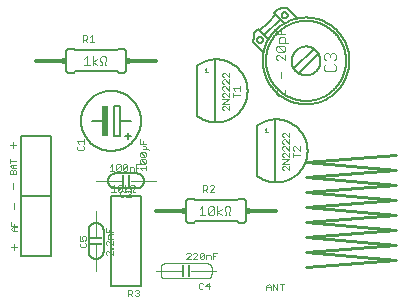
<source format=gto>
G75*
%MOIN*%
%OFA0B0*%
%FSLAX25Y25*%
%IPPOS*%
%LPD*%
%AMOC8*
5,1,8,0,0,1.08239X$1,22.5*
%
%ADD10C,0.00500*%
%ADD11C,0.00300*%
%ADD12C,0.00200*%
%ADD13C,0.00600*%
%ADD14R,0.02000X0.10000*%
%ADD15R,0.01000X0.04000*%
%ADD16C,0.00400*%
%ADD17C,0.00100*%
%ADD18R,0.04000X0.01000*%
%ADD19C,0.01000*%
%ADD20R,0.01500X0.02000*%
%ADD21C,0.01200*%
D10*
X0006236Y0016236D02*
X0016236Y0016236D01*
X0016236Y0036236D01*
X0016236Y0056236D01*
X0006236Y0056236D01*
X0006236Y0036236D01*
X0016236Y0036236D01*
X0006236Y0036236D01*
X0006236Y0016236D01*
X0028736Y0017736D02*
X0028736Y0024736D01*
X0031236Y0027236D02*
X0031334Y0027234D01*
X0031432Y0027228D01*
X0031530Y0027219D01*
X0031627Y0027205D01*
X0031724Y0027188D01*
X0031820Y0027167D01*
X0031915Y0027142D01*
X0032009Y0027114D01*
X0032101Y0027081D01*
X0032193Y0027046D01*
X0032283Y0027006D01*
X0032371Y0026964D01*
X0032458Y0026917D01*
X0032542Y0026868D01*
X0032625Y0026815D01*
X0032705Y0026759D01*
X0032784Y0026699D01*
X0032860Y0026637D01*
X0032933Y0026572D01*
X0033004Y0026504D01*
X0033072Y0026433D01*
X0033137Y0026360D01*
X0033199Y0026284D01*
X0033259Y0026205D01*
X0033315Y0026125D01*
X0033368Y0026042D01*
X0033417Y0025958D01*
X0033464Y0025871D01*
X0033506Y0025783D01*
X0033546Y0025693D01*
X0033581Y0025601D01*
X0033614Y0025509D01*
X0033642Y0025415D01*
X0033667Y0025320D01*
X0033688Y0025224D01*
X0033705Y0025127D01*
X0033719Y0025030D01*
X0033728Y0024932D01*
X0033734Y0024834D01*
X0033736Y0024736D01*
X0033736Y0017736D01*
X0031236Y0015236D02*
X0031138Y0015238D01*
X0031040Y0015244D01*
X0030942Y0015253D01*
X0030845Y0015267D01*
X0030748Y0015284D01*
X0030652Y0015305D01*
X0030557Y0015330D01*
X0030463Y0015358D01*
X0030371Y0015391D01*
X0030279Y0015426D01*
X0030189Y0015466D01*
X0030101Y0015508D01*
X0030014Y0015555D01*
X0029930Y0015604D01*
X0029847Y0015657D01*
X0029767Y0015713D01*
X0029688Y0015773D01*
X0029612Y0015835D01*
X0029539Y0015900D01*
X0029468Y0015968D01*
X0029400Y0016039D01*
X0029335Y0016112D01*
X0029273Y0016188D01*
X0029213Y0016267D01*
X0029157Y0016347D01*
X0029104Y0016430D01*
X0029055Y0016514D01*
X0029008Y0016601D01*
X0028966Y0016689D01*
X0028926Y0016779D01*
X0028891Y0016871D01*
X0028858Y0016963D01*
X0028830Y0017057D01*
X0028805Y0017152D01*
X0028784Y0017248D01*
X0028767Y0017345D01*
X0028753Y0017442D01*
X0028744Y0017540D01*
X0028738Y0017638D01*
X0028736Y0017736D01*
X0031236Y0015236D02*
X0031334Y0015238D01*
X0031432Y0015244D01*
X0031530Y0015253D01*
X0031627Y0015267D01*
X0031724Y0015284D01*
X0031820Y0015305D01*
X0031915Y0015330D01*
X0032009Y0015358D01*
X0032101Y0015391D01*
X0032193Y0015426D01*
X0032283Y0015466D01*
X0032371Y0015508D01*
X0032458Y0015555D01*
X0032542Y0015604D01*
X0032625Y0015657D01*
X0032705Y0015713D01*
X0032784Y0015773D01*
X0032860Y0015835D01*
X0032933Y0015900D01*
X0033004Y0015968D01*
X0033072Y0016039D01*
X0033137Y0016112D01*
X0033199Y0016188D01*
X0033259Y0016267D01*
X0033315Y0016347D01*
X0033368Y0016430D01*
X0033417Y0016514D01*
X0033464Y0016601D01*
X0033506Y0016689D01*
X0033546Y0016779D01*
X0033581Y0016871D01*
X0033614Y0016963D01*
X0033642Y0017057D01*
X0033667Y0017152D01*
X0033688Y0017248D01*
X0033705Y0017345D01*
X0033719Y0017442D01*
X0033728Y0017540D01*
X0033734Y0017638D01*
X0033736Y0017736D01*
X0031236Y0015236D02*
X0031138Y0015238D01*
X0031040Y0015244D01*
X0030942Y0015253D01*
X0030845Y0015267D01*
X0030748Y0015284D01*
X0030652Y0015305D01*
X0030557Y0015330D01*
X0030463Y0015358D01*
X0030371Y0015391D01*
X0030279Y0015426D01*
X0030189Y0015466D01*
X0030101Y0015508D01*
X0030014Y0015555D01*
X0029930Y0015604D01*
X0029847Y0015657D01*
X0029767Y0015713D01*
X0029688Y0015773D01*
X0029612Y0015835D01*
X0029539Y0015900D01*
X0029468Y0015968D01*
X0029400Y0016039D01*
X0029335Y0016112D01*
X0029273Y0016188D01*
X0029213Y0016267D01*
X0029157Y0016347D01*
X0029104Y0016430D01*
X0029055Y0016514D01*
X0029008Y0016601D01*
X0028966Y0016689D01*
X0028926Y0016779D01*
X0028891Y0016871D01*
X0028858Y0016963D01*
X0028830Y0017057D01*
X0028805Y0017152D01*
X0028784Y0017248D01*
X0028767Y0017345D01*
X0028753Y0017442D01*
X0028744Y0017540D01*
X0028738Y0017638D01*
X0028736Y0017736D01*
X0028736Y0024736D02*
X0028738Y0024834D01*
X0028744Y0024932D01*
X0028753Y0025030D01*
X0028767Y0025127D01*
X0028784Y0025224D01*
X0028805Y0025320D01*
X0028830Y0025415D01*
X0028858Y0025509D01*
X0028891Y0025601D01*
X0028926Y0025693D01*
X0028966Y0025783D01*
X0029008Y0025871D01*
X0029055Y0025958D01*
X0029104Y0026042D01*
X0029157Y0026125D01*
X0029213Y0026205D01*
X0029273Y0026284D01*
X0029335Y0026360D01*
X0029400Y0026433D01*
X0029468Y0026504D01*
X0029539Y0026572D01*
X0029612Y0026637D01*
X0029688Y0026699D01*
X0029767Y0026759D01*
X0029847Y0026815D01*
X0029930Y0026868D01*
X0030014Y0026917D01*
X0030101Y0026964D01*
X0030189Y0027006D01*
X0030279Y0027046D01*
X0030371Y0027081D01*
X0030463Y0027114D01*
X0030557Y0027142D01*
X0030652Y0027167D01*
X0030748Y0027188D01*
X0030845Y0027205D01*
X0030942Y0027219D01*
X0031040Y0027228D01*
X0031138Y0027234D01*
X0031236Y0027236D01*
X0036236Y0036236D02*
X0036236Y0006236D01*
X0046236Y0006236D01*
X0046236Y0036236D01*
X0036236Y0036236D01*
X0037736Y0038736D02*
X0044736Y0038736D01*
X0044834Y0038738D01*
X0044932Y0038744D01*
X0045030Y0038753D01*
X0045127Y0038767D01*
X0045224Y0038784D01*
X0045320Y0038805D01*
X0045415Y0038830D01*
X0045509Y0038858D01*
X0045601Y0038891D01*
X0045693Y0038926D01*
X0045783Y0038966D01*
X0045871Y0039008D01*
X0045958Y0039055D01*
X0046042Y0039104D01*
X0046125Y0039157D01*
X0046205Y0039213D01*
X0046284Y0039273D01*
X0046360Y0039335D01*
X0046433Y0039400D01*
X0046504Y0039468D01*
X0046572Y0039539D01*
X0046637Y0039612D01*
X0046699Y0039688D01*
X0046759Y0039767D01*
X0046815Y0039847D01*
X0046868Y0039930D01*
X0046917Y0040014D01*
X0046964Y0040101D01*
X0047006Y0040189D01*
X0047046Y0040279D01*
X0047081Y0040371D01*
X0047114Y0040463D01*
X0047142Y0040557D01*
X0047167Y0040652D01*
X0047188Y0040748D01*
X0047205Y0040845D01*
X0047219Y0040942D01*
X0047228Y0041040D01*
X0047234Y0041138D01*
X0047236Y0041236D01*
X0047234Y0041334D01*
X0047228Y0041432D01*
X0047219Y0041530D01*
X0047205Y0041627D01*
X0047188Y0041724D01*
X0047167Y0041820D01*
X0047142Y0041915D01*
X0047114Y0042009D01*
X0047081Y0042101D01*
X0047046Y0042193D01*
X0047006Y0042283D01*
X0046964Y0042371D01*
X0046917Y0042458D01*
X0046868Y0042542D01*
X0046815Y0042625D01*
X0046759Y0042705D01*
X0046699Y0042784D01*
X0046637Y0042860D01*
X0046572Y0042933D01*
X0046504Y0043004D01*
X0046433Y0043072D01*
X0046360Y0043137D01*
X0046284Y0043199D01*
X0046205Y0043259D01*
X0046125Y0043315D01*
X0046042Y0043368D01*
X0045958Y0043417D01*
X0045871Y0043464D01*
X0045783Y0043506D01*
X0045693Y0043546D01*
X0045601Y0043581D01*
X0045509Y0043614D01*
X0045415Y0043642D01*
X0045320Y0043667D01*
X0045224Y0043688D01*
X0045127Y0043705D01*
X0045030Y0043719D01*
X0044932Y0043728D01*
X0044834Y0043734D01*
X0044736Y0043736D01*
X0037736Y0043736D01*
X0037638Y0043734D01*
X0037540Y0043728D01*
X0037442Y0043719D01*
X0037345Y0043705D01*
X0037248Y0043688D01*
X0037152Y0043667D01*
X0037057Y0043642D01*
X0036963Y0043614D01*
X0036871Y0043581D01*
X0036779Y0043546D01*
X0036689Y0043506D01*
X0036601Y0043464D01*
X0036514Y0043417D01*
X0036430Y0043368D01*
X0036347Y0043315D01*
X0036267Y0043259D01*
X0036188Y0043199D01*
X0036112Y0043137D01*
X0036039Y0043072D01*
X0035968Y0043004D01*
X0035900Y0042933D01*
X0035835Y0042860D01*
X0035773Y0042784D01*
X0035713Y0042705D01*
X0035657Y0042625D01*
X0035604Y0042542D01*
X0035555Y0042458D01*
X0035508Y0042371D01*
X0035466Y0042283D01*
X0035426Y0042193D01*
X0035391Y0042101D01*
X0035358Y0042009D01*
X0035330Y0041915D01*
X0035305Y0041820D01*
X0035284Y0041724D01*
X0035267Y0041627D01*
X0035253Y0041530D01*
X0035244Y0041432D01*
X0035238Y0041334D01*
X0035236Y0041236D01*
X0035238Y0041138D01*
X0035244Y0041040D01*
X0035253Y0040942D01*
X0035267Y0040845D01*
X0035284Y0040748D01*
X0035305Y0040652D01*
X0035330Y0040557D01*
X0035358Y0040463D01*
X0035391Y0040371D01*
X0035426Y0040279D01*
X0035466Y0040189D01*
X0035508Y0040101D01*
X0035555Y0040014D01*
X0035604Y0039930D01*
X0035657Y0039847D01*
X0035713Y0039767D01*
X0035773Y0039688D01*
X0035835Y0039612D01*
X0035900Y0039539D01*
X0035968Y0039468D01*
X0036039Y0039400D01*
X0036112Y0039335D01*
X0036188Y0039273D01*
X0036267Y0039213D01*
X0036347Y0039157D01*
X0036430Y0039104D01*
X0036514Y0039055D01*
X0036601Y0039008D01*
X0036689Y0038966D01*
X0036779Y0038926D01*
X0036871Y0038891D01*
X0036963Y0038858D01*
X0037057Y0038830D01*
X0037152Y0038805D01*
X0037248Y0038784D01*
X0037345Y0038767D01*
X0037442Y0038753D01*
X0037540Y0038744D01*
X0037638Y0038738D01*
X0037736Y0038736D01*
X0044736Y0038736D02*
X0044834Y0038738D01*
X0044932Y0038744D01*
X0045030Y0038753D01*
X0045127Y0038767D01*
X0045224Y0038784D01*
X0045320Y0038805D01*
X0045415Y0038830D01*
X0045509Y0038858D01*
X0045601Y0038891D01*
X0045693Y0038926D01*
X0045783Y0038966D01*
X0045871Y0039008D01*
X0045958Y0039055D01*
X0046042Y0039104D01*
X0046125Y0039157D01*
X0046205Y0039213D01*
X0046284Y0039273D01*
X0046360Y0039335D01*
X0046433Y0039400D01*
X0046504Y0039468D01*
X0046572Y0039539D01*
X0046637Y0039612D01*
X0046699Y0039688D01*
X0046759Y0039767D01*
X0046815Y0039847D01*
X0046868Y0039930D01*
X0046917Y0040014D01*
X0046964Y0040101D01*
X0047006Y0040189D01*
X0047046Y0040279D01*
X0047081Y0040371D01*
X0047114Y0040463D01*
X0047142Y0040557D01*
X0047167Y0040652D01*
X0047188Y0040748D01*
X0047205Y0040845D01*
X0047219Y0040942D01*
X0047228Y0041040D01*
X0047234Y0041138D01*
X0047236Y0041236D01*
X0070736Y0060748D02*
X0070736Y0081724D01*
X0064736Y0079484D02*
X0064736Y0062988D01*
X0064737Y0062988D02*
X0064934Y0062836D01*
X0065136Y0062689D01*
X0065340Y0062546D01*
X0065548Y0062409D01*
X0065759Y0062276D01*
X0065974Y0062148D01*
X0066191Y0062026D01*
X0066411Y0061909D01*
X0066634Y0061797D01*
X0066859Y0061690D01*
X0070736Y0060748D02*
X0070992Y0060739D01*
X0071248Y0060736D01*
X0071504Y0060739D01*
X0071760Y0060749D01*
X0072015Y0060765D01*
X0072270Y0060787D01*
X0072525Y0060815D01*
X0072778Y0060850D01*
X0073031Y0060891D01*
X0073283Y0060937D01*
X0073533Y0060990D01*
X0073782Y0061049D01*
X0074030Y0061115D01*
X0074276Y0061186D01*
X0074520Y0061263D01*
X0074762Y0061346D01*
X0075002Y0061435D01*
X0075240Y0061529D01*
X0075475Y0061630D01*
X0075708Y0061736D01*
X0084736Y0059484D02*
X0084736Y0042988D01*
X0090736Y0040748D02*
X0090736Y0061724D01*
X0086765Y0060738D02*
X0086550Y0060634D01*
X0086337Y0060525D01*
X0086127Y0060411D01*
X0085920Y0060292D01*
X0085715Y0060169D01*
X0085513Y0060041D01*
X0085314Y0059908D01*
X0085119Y0059771D01*
X0084926Y0059630D01*
X0084737Y0059484D01*
X0090736Y0061724D02*
X0090992Y0061733D01*
X0091248Y0061736D01*
X0091504Y0061733D01*
X0091760Y0061723D01*
X0092015Y0061707D01*
X0092270Y0061685D01*
X0092525Y0061657D01*
X0092778Y0061622D01*
X0093031Y0061581D01*
X0093283Y0061535D01*
X0093533Y0061482D01*
X0093782Y0061423D01*
X0094030Y0061357D01*
X0094276Y0061286D01*
X0094520Y0061209D01*
X0094762Y0061126D01*
X0095002Y0061037D01*
X0095240Y0060943D01*
X0095475Y0060842D01*
X0095708Y0060736D01*
X0090737Y0061724D02*
X0090480Y0061709D01*
X0090223Y0061687D01*
X0089967Y0061659D01*
X0089712Y0061625D01*
X0089458Y0061584D01*
X0089205Y0061537D01*
X0088953Y0061484D01*
X0088702Y0061425D01*
X0088453Y0061360D01*
X0088206Y0061289D01*
X0087960Y0061212D01*
X0087716Y0061128D01*
X0087475Y0061039D01*
X0087236Y0060944D01*
X0086999Y0060843D01*
X0086765Y0060736D01*
X0090736Y0040748D02*
X0090992Y0040739D01*
X0091248Y0040736D01*
X0091504Y0040739D01*
X0091760Y0040749D01*
X0092015Y0040765D01*
X0092270Y0040787D01*
X0092525Y0040815D01*
X0092778Y0040850D01*
X0093031Y0040891D01*
X0093283Y0040937D01*
X0093533Y0040990D01*
X0093782Y0041049D01*
X0094030Y0041115D01*
X0094276Y0041186D01*
X0094520Y0041263D01*
X0094762Y0041346D01*
X0095002Y0041435D01*
X0095240Y0041529D01*
X0095475Y0041630D01*
X0095708Y0041736D01*
X0086859Y0041690D02*
X0086634Y0041797D01*
X0086411Y0041909D01*
X0086191Y0042026D01*
X0085974Y0042148D01*
X0085759Y0042276D01*
X0085548Y0042409D01*
X0085340Y0042546D01*
X0085136Y0042689D01*
X0084934Y0042836D01*
X0084737Y0042988D01*
X0095708Y0041736D02*
X0095938Y0041848D01*
X0096165Y0041965D01*
X0096389Y0042087D01*
X0096610Y0042215D01*
X0096827Y0042349D01*
X0097042Y0042487D01*
X0097253Y0042631D01*
X0097460Y0042780D01*
X0097664Y0042934D01*
X0097864Y0043092D01*
X0098060Y0043256D01*
X0098252Y0043424D01*
X0098440Y0043597D01*
X0098624Y0043775D01*
X0098803Y0043956D01*
X0098978Y0044143D01*
X0099148Y0044333D01*
X0099313Y0044527D01*
X0099474Y0044726D01*
X0099630Y0044928D01*
X0099781Y0045134D01*
X0099927Y0045344D01*
X0100067Y0045557D01*
X0100203Y0045773D01*
X0100333Y0045993D01*
X0100458Y0046216D01*
X0100577Y0046441D01*
X0100691Y0046670D01*
X0100799Y0046901D01*
X0100902Y0047135D01*
X0100999Y0047371D01*
X0101090Y0047610D01*
X0101175Y0047850D01*
X0101255Y0048093D01*
X0101328Y0048338D01*
X0101396Y0048584D01*
X0101457Y0048832D01*
X0101512Y0049081D01*
X0101562Y0049331D01*
X0101605Y0049583D01*
X0101642Y0049836D01*
X0101673Y0050089D01*
X0101698Y0050343D01*
X0101717Y0050598D01*
X0101729Y0050853D01*
X0101735Y0051108D01*
X0101735Y0051364D01*
X0101729Y0051619D01*
X0101717Y0051874D01*
X0101698Y0052129D01*
X0101673Y0052383D01*
X0101642Y0052636D01*
X0101605Y0052889D01*
X0101562Y0053141D01*
X0101512Y0053391D01*
X0101457Y0053640D01*
X0101396Y0053888D01*
X0101328Y0054134D01*
X0101255Y0054379D01*
X0101175Y0054622D01*
X0101090Y0054862D01*
X0100999Y0055101D01*
X0100902Y0055337D01*
X0100799Y0055571D01*
X0100691Y0055802D01*
X0100577Y0056031D01*
X0100458Y0056256D01*
X0100333Y0056479D01*
X0100203Y0056699D01*
X0100067Y0056915D01*
X0099927Y0057128D01*
X0099781Y0057338D01*
X0099630Y0057544D01*
X0099474Y0057746D01*
X0099313Y0057945D01*
X0099148Y0058139D01*
X0098978Y0058329D01*
X0098803Y0058516D01*
X0098624Y0058697D01*
X0098440Y0058875D01*
X0098252Y0059048D01*
X0098060Y0059216D01*
X0097864Y0059380D01*
X0097664Y0059538D01*
X0097460Y0059692D01*
X0097253Y0059841D01*
X0097042Y0059985D01*
X0096827Y0060123D01*
X0096610Y0060257D01*
X0096389Y0060385D01*
X0096165Y0060507D01*
X0095938Y0060624D01*
X0095708Y0060736D01*
X0090737Y0040748D02*
X0090480Y0040763D01*
X0090223Y0040785D01*
X0089967Y0040813D01*
X0089712Y0040847D01*
X0089458Y0040888D01*
X0089205Y0040935D01*
X0088953Y0040988D01*
X0088702Y0041047D01*
X0088453Y0041112D01*
X0088206Y0041183D01*
X0087960Y0041260D01*
X0087716Y0041344D01*
X0087475Y0041433D01*
X0087236Y0041528D01*
X0086999Y0041629D01*
X0086765Y0041736D01*
X0070737Y0060748D02*
X0070480Y0060763D01*
X0070223Y0060785D01*
X0069967Y0060813D01*
X0069712Y0060847D01*
X0069458Y0060888D01*
X0069205Y0060935D01*
X0068953Y0060988D01*
X0068702Y0061047D01*
X0068453Y0061112D01*
X0068206Y0061183D01*
X0067960Y0061260D01*
X0067716Y0061344D01*
X0067475Y0061433D01*
X0067236Y0061528D01*
X0066999Y0061629D01*
X0066765Y0061736D01*
X0070736Y0081724D02*
X0070992Y0081733D01*
X0071248Y0081736D01*
X0071504Y0081733D01*
X0071760Y0081723D01*
X0072015Y0081707D01*
X0072270Y0081685D01*
X0072525Y0081657D01*
X0072778Y0081622D01*
X0073031Y0081581D01*
X0073283Y0081535D01*
X0073533Y0081482D01*
X0073782Y0081423D01*
X0074030Y0081357D01*
X0074276Y0081286D01*
X0074520Y0081209D01*
X0074762Y0081126D01*
X0075002Y0081037D01*
X0075240Y0080943D01*
X0075475Y0080842D01*
X0075708Y0080736D01*
X0083641Y0087563D02*
X0087009Y0084195D01*
X0083641Y0087563D02*
X0083754Y0089039D01*
X0083867Y0090516D01*
X0085150Y0091799D01*
X0088497Y0088453D01*
X0087386Y0089698D02*
X0092793Y0095105D01*
X0094006Y0093962D02*
X0090660Y0097308D01*
X0091943Y0098592D01*
X0093414Y0098699D01*
X0094885Y0098805D01*
X0098094Y0095597D01*
X0093129Y0096516D02*
X0093131Y0096579D01*
X0093137Y0096641D01*
X0093147Y0096703D01*
X0093160Y0096765D01*
X0093178Y0096825D01*
X0093199Y0096884D01*
X0093224Y0096942D01*
X0093253Y0096998D01*
X0093285Y0097052D01*
X0093320Y0097104D01*
X0093358Y0097153D01*
X0093400Y0097201D01*
X0093444Y0097245D01*
X0093492Y0097287D01*
X0093541Y0097325D01*
X0093593Y0097360D01*
X0093647Y0097392D01*
X0093703Y0097421D01*
X0093761Y0097446D01*
X0093820Y0097467D01*
X0093880Y0097485D01*
X0093942Y0097498D01*
X0094004Y0097508D01*
X0094066Y0097514D01*
X0094129Y0097516D01*
X0094192Y0097514D01*
X0094254Y0097508D01*
X0094316Y0097498D01*
X0094378Y0097485D01*
X0094438Y0097467D01*
X0094497Y0097446D01*
X0094555Y0097421D01*
X0094611Y0097392D01*
X0094665Y0097360D01*
X0094717Y0097325D01*
X0094766Y0097287D01*
X0094814Y0097245D01*
X0094858Y0097201D01*
X0094900Y0097153D01*
X0094938Y0097104D01*
X0094973Y0097052D01*
X0095005Y0096998D01*
X0095034Y0096942D01*
X0095059Y0096884D01*
X0095080Y0096825D01*
X0095098Y0096765D01*
X0095111Y0096703D01*
X0095121Y0096641D01*
X0095127Y0096579D01*
X0095129Y0096516D01*
X0095127Y0096453D01*
X0095121Y0096391D01*
X0095111Y0096329D01*
X0095098Y0096267D01*
X0095080Y0096207D01*
X0095059Y0096148D01*
X0095034Y0096090D01*
X0095005Y0096034D01*
X0094973Y0095980D01*
X0094938Y0095928D01*
X0094900Y0095879D01*
X0094858Y0095831D01*
X0094814Y0095787D01*
X0094766Y0095745D01*
X0094717Y0095707D01*
X0094665Y0095672D01*
X0094611Y0095640D01*
X0094555Y0095611D01*
X0094497Y0095586D01*
X0094438Y0095565D01*
X0094378Y0095547D01*
X0094316Y0095534D01*
X0094254Y0095524D01*
X0094192Y0095518D01*
X0094129Y0095516D01*
X0094066Y0095518D01*
X0094004Y0095524D01*
X0093942Y0095534D01*
X0093880Y0095547D01*
X0093820Y0095565D01*
X0093761Y0095586D01*
X0093703Y0095611D01*
X0093647Y0095640D01*
X0093593Y0095672D01*
X0093541Y0095707D01*
X0093492Y0095745D01*
X0093444Y0095787D01*
X0093400Y0095831D01*
X0093358Y0095879D01*
X0093320Y0095928D01*
X0093285Y0095980D01*
X0093253Y0096034D01*
X0093224Y0096090D01*
X0093199Y0096148D01*
X0093178Y0096207D01*
X0093160Y0096267D01*
X0093147Y0096329D01*
X0093137Y0096391D01*
X0093131Y0096453D01*
X0093129Y0096516D01*
X0091296Y0096725D02*
X0088515Y0093944D01*
X0085984Y0091413D01*
X0084876Y0088318D02*
X0084878Y0088381D01*
X0084884Y0088443D01*
X0084894Y0088505D01*
X0084907Y0088567D01*
X0084925Y0088627D01*
X0084946Y0088686D01*
X0084971Y0088744D01*
X0085000Y0088800D01*
X0085032Y0088854D01*
X0085067Y0088906D01*
X0085105Y0088955D01*
X0085147Y0089003D01*
X0085191Y0089047D01*
X0085239Y0089089D01*
X0085288Y0089127D01*
X0085340Y0089162D01*
X0085394Y0089194D01*
X0085450Y0089223D01*
X0085508Y0089248D01*
X0085567Y0089269D01*
X0085627Y0089287D01*
X0085689Y0089300D01*
X0085751Y0089310D01*
X0085813Y0089316D01*
X0085876Y0089318D01*
X0085939Y0089316D01*
X0086001Y0089310D01*
X0086063Y0089300D01*
X0086125Y0089287D01*
X0086185Y0089269D01*
X0086244Y0089248D01*
X0086302Y0089223D01*
X0086358Y0089194D01*
X0086412Y0089162D01*
X0086464Y0089127D01*
X0086513Y0089089D01*
X0086561Y0089047D01*
X0086605Y0089003D01*
X0086647Y0088955D01*
X0086685Y0088906D01*
X0086720Y0088854D01*
X0086752Y0088800D01*
X0086781Y0088744D01*
X0086806Y0088686D01*
X0086827Y0088627D01*
X0086845Y0088567D01*
X0086858Y0088505D01*
X0086868Y0088443D01*
X0086874Y0088381D01*
X0086876Y0088318D01*
X0086874Y0088255D01*
X0086868Y0088193D01*
X0086858Y0088131D01*
X0086845Y0088069D01*
X0086827Y0088009D01*
X0086806Y0087950D01*
X0086781Y0087892D01*
X0086752Y0087836D01*
X0086720Y0087782D01*
X0086685Y0087730D01*
X0086647Y0087681D01*
X0086605Y0087633D01*
X0086561Y0087589D01*
X0086513Y0087547D01*
X0086464Y0087509D01*
X0086412Y0087474D01*
X0086358Y0087442D01*
X0086302Y0087413D01*
X0086244Y0087388D01*
X0086185Y0087367D01*
X0086125Y0087349D01*
X0086063Y0087336D01*
X0086001Y0087326D01*
X0085939Y0087320D01*
X0085876Y0087318D01*
X0085813Y0087320D01*
X0085751Y0087326D01*
X0085689Y0087336D01*
X0085627Y0087349D01*
X0085567Y0087367D01*
X0085508Y0087388D01*
X0085450Y0087413D01*
X0085394Y0087442D01*
X0085340Y0087474D01*
X0085288Y0087509D01*
X0085239Y0087547D01*
X0085191Y0087589D01*
X0085147Y0087633D01*
X0085105Y0087681D01*
X0085067Y0087730D01*
X0085032Y0087782D01*
X0085000Y0087836D01*
X0084971Y0087892D01*
X0084946Y0087950D01*
X0084925Y0088009D01*
X0084907Y0088069D01*
X0084894Y0088131D01*
X0084884Y0088193D01*
X0084878Y0088255D01*
X0084876Y0088318D01*
X0097227Y0078739D02*
X0103736Y0085248D01*
X0105340Y0083644D02*
X0098831Y0077135D01*
X0087901Y0081236D02*
X0087905Y0081563D01*
X0087917Y0081890D01*
X0087937Y0082217D01*
X0087965Y0082543D01*
X0088001Y0082868D01*
X0088045Y0083193D01*
X0088097Y0083516D01*
X0088157Y0083838D01*
X0088225Y0084158D01*
X0088301Y0084476D01*
X0088384Y0084793D01*
X0088475Y0085107D01*
X0088574Y0085419D01*
X0088681Y0085728D01*
X0088795Y0086035D01*
X0088916Y0086339D01*
X0089045Y0086640D01*
X0089181Y0086937D01*
X0089325Y0087232D01*
X0089476Y0087522D01*
X0089633Y0087809D01*
X0089798Y0088092D01*
X0089970Y0088370D01*
X0090148Y0088645D01*
X0090334Y0088914D01*
X0090525Y0089180D01*
X0090723Y0089440D01*
X0090928Y0089696D01*
X0091139Y0089946D01*
X0091355Y0090191D01*
X0091578Y0090431D01*
X0091807Y0090665D01*
X0092041Y0090894D01*
X0092281Y0091117D01*
X0092526Y0091333D01*
X0092776Y0091544D01*
X0093032Y0091749D01*
X0093292Y0091947D01*
X0093558Y0092138D01*
X0093827Y0092324D01*
X0094102Y0092502D01*
X0094380Y0092674D01*
X0094663Y0092839D01*
X0094950Y0092996D01*
X0095240Y0093147D01*
X0095535Y0093291D01*
X0095832Y0093427D01*
X0096133Y0093556D01*
X0096437Y0093677D01*
X0096744Y0093791D01*
X0097053Y0093898D01*
X0097365Y0093997D01*
X0097679Y0094088D01*
X0097996Y0094171D01*
X0098314Y0094247D01*
X0098634Y0094315D01*
X0098956Y0094375D01*
X0099279Y0094427D01*
X0099604Y0094471D01*
X0099929Y0094507D01*
X0100255Y0094535D01*
X0100582Y0094555D01*
X0100909Y0094567D01*
X0101236Y0094571D01*
X0101563Y0094567D01*
X0101890Y0094555D01*
X0102217Y0094535D01*
X0102543Y0094507D01*
X0102868Y0094471D01*
X0103193Y0094427D01*
X0103516Y0094375D01*
X0103838Y0094315D01*
X0104158Y0094247D01*
X0104476Y0094171D01*
X0104793Y0094088D01*
X0105107Y0093997D01*
X0105419Y0093898D01*
X0105728Y0093791D01*
X0106035Y0093677D01*
X0106339Y0093556D01*
X0106640Y0093427D01*
X0106937Y0093291D01*
X0107232Y0093147D01*
X0107522Y0092996D01*
X0107809Y0092839D01*
X0108092Y0092674D01*
X0108370Y0092502D01*
X0108645Y0092324D01*
X0108914Y0092138D01*
X0109180Y0091947D01*
X0109440Y0091749D01*
X0109696Y0091544D01*
X0109946Y0091333D01*
X0110191Y0091117D01*
X0110431Y0090894D01*
X0110665Y0090665D01*
X0110894Y0090431D01*
X0111117Y0090191D01*
X0111333Y0089946D01*
X0111544Y0089696D01*
X0111749Y0089440D01*
X0111947Y0089180D01*
X0112138Y0088914D01*
X0112324Y0088645D01*
X0112502Y0088370D01*
X0112674Y0088092D01*
X0112839Y0087809D01*
X0112996Y0087522D01*
X0113147Y0087232D01*
X0113291Y0086937D01*
X0113427Y0086640D01*
X0113556Y0086339D01*
X0113677Y0086035D01*
X0113791Y0085728D01*
X0113898Y0085419D01*
X0113997Y0085107D01*
X0114088Y0084793D01*
X0114171Y0084476D01*
X0114247Y0084158D01*
X0114315Y0083838D01*
X0114375Y0083516D01*
X0114427Y0083193D01*
X0114471Y0082868D01*
X0114507Y0082543D01*
X0114535Y0082217D01*
X0114555Y0081890D01*
X0114567Y0081563D01*
X0114571Y0081236D01*
X0114567Y0080909D01*
X0114555Y0080582D01*
X0114535Y0080255D01*
X0114507Y0079929D01*
X0114471Y0079604D01*
X0114427Y0079279D01*
X0114375Y0078956D01*
X0114315Y0078634D01*
X0114247Y0078314D01*
X0114171Y0077996D01*
X0114088Y0077679D01*
X0113997Y0077365D01*
X0113898Y0077053D01*
X0113791Y0076744D01*
X0113677Y0076437D01*
X0113556Y0076133D01*
X0113427Y0075832D01*
X0113291Y0075535D01*
X0113147Y0075240D01*
X0112996Y0074950D01*
X0112839Y0074663D01*
X0112674Y0074380D01*
X0112502Y0074102D01*
X0112324Y0073827D01*
X0112138Y0073558D01*
X0111947Y0073292D01*
X0111749Y0073032D01*
X0111544Y0072776D01*
X0111333Y0072526D01*
X0111117Y0072281D01*
X0110894Y0072041D01*
X0110665Y0071807D01*
X0110431Y0071578D01*
X0110191Y0071355D01*
X0109946Y0071139D01*
X0109696Y0070928D01*
X0109440Y0070723D01*
X0109180Y0070525D01*
X0108914Y0070334D01*
X0108645Y0070148D01*
X0108370Y0069970D01*
X0108092Y0069798D01*
X0107809Y0069633D01*
X0107522Y0069476D01*
X0107232Y0069325D01*
X0106937Y0069181D01*
X0106640Y0069045D01*
X0106339Y0068916D01*
X0106035Y0068795D01*
X0105728Y0068681D01*
X0105419Y0068574D01*
X0105107Y0068475D01*
X0104793Y0068384D01*
X0104476Y0068301D01*
X0104158Y0068225D01*
X0103838Y0068157D01*
X0103516Y0068097D01*
X0103193Y0068045D01*
X0102868Y0068001D01*
X0102543Y0067965D01*
X0102217Y0067937D01*
X0101890Y0067917D01*
X0101563Y0067905D01*
X0101236Y0067901D01*
X0100909Y0067905D01*
X0100582Y0067917D01*
X0100255Y0067937D01*
X0099929Y0067965D01*
X0099604Y0068001D01*
X0099279Y0068045D01*
X0098956Y0068097D01*
X0098634Y0068157D01*
X0098314Y0068225D01*
X0097996Y0068301D01*
X0097679Y0068384D01*
X0097365Y0068475D01*
X0097053Y0068574D01*
X0096744Y0068681D01*
X0096437Y0068795D01*
X0096133Y0068916D01*
X0095832Y0069045D01*
X0095535Y0069181D01*
X0095240Y0069325D01*
X0094950Y0069476D01*
X0094663Y0069633D01*
X0094380Y0069798D01*
X0094102Y0069970D01*
X0093827Y0070148D01*
X0093558Y0070334D01*
X0093292Y0070525D01*
X0093032Y0070723D01*
X0092776Y0070928D01*
X0092526Y0071139D01*
X0092281Y0071355D01*
X0092041Y0071578D01*
X0091807Y0071807D01*
X0091578Y0072041D01*
X0091355Y0072281D01*
X0091139Y0072526D01*
X0090928Y0072776D01*
X0090723Y0073032D01*
X0090525Y0073292D01*
X0090334Y0073558D01*
X0090148Y0073827D01*
X0089970Y0074102D01*
X0089798Y0074380D01*
X0089633Y0074663D01*
X0089476Y0074950D01*
X0089325Y0075240D01*
X0089181Y0075535D01*
X0089045Y0075832D01*
X0088916Y0076133D01*
X0088795Y0076437D01*
X0088681Y0076744D01*
X0088574Y0077053D01*
X0088475Y0077365D01*
X0088384Y0077679D01*
X0088301Y0077996D01*
X0088225Y0078314D01*
X0088157Y0078634D01*
X0088097Y0078956D01*
X0088045Y0079279D01*
X0088001Y0079604D01*
X0087965Y0079929D01*
X0087937Y0080255D01*
X0087917Y0080582D01*
X0087905Y0080909D01*
X0087901Y0081236D01*
X0086792Y0081236D02*
X0086796Y0081590D01*
X0086809Y0081945D01*
X0086831Y0082299D01*
X0086862Y0082652D01*
X0086901Y0083004D01*
X0086948Y0083355D01*
X0087005Y0083705D01*
X0087070Y0084054D01*
X0087143Y0084401D01*
X0087225Y0084746D01*
X0087315Y0085088D01*
X0087414Y0085429D01*
X0087521Y0085767D01*
X0087636Y0086102D01*
X0087760Y0086434D01*
X0087891Y0086763D01*
X0088031Y0087089D01*
X0088179Y0087412D01*
X0088334Y0087730D01*
X0088498Y0088045D01*
X0088668Y0088355D01*
X0088847Y0088662D01*
X0089033Y0088964D01*
X0089226Y0089261D01*
X0089427Y0089553D01*
X0089634Y0089840D01*
X0089849Y0090122D01*
X0090071Y0090399D01*
X0090299Y0090670D01*
X0090534Y0090936D01*
X0090775Y0091196D01*
X0091023Y0091449D01*
X0091276Y0091697D01*
X0091536Y0091938D01*
X0091802Y0092173D01*
X0092073Y0092401D01*
X0092350Y0092623D01*
X0092632Y0092838D01*
X0092919Y0093045D01*
X0093211Y0093246D01*
X0093508Y0093439D01*
X0093810Y0093625D01*
X0094117Y0093804D01*
X0094427Y0093974D01*
X0094742Y0094138D01*
X0095060Y0094293D01*
X0095383Y0094441D01*
X0095709Y0094581D01*
X0096038Y0094712D01*
X0096370Y0094836D01*
X0096705Y0094951D01*
X0097043Y0095058D01*
X0097384Y0095157D01*
X0097726Y0095247D01*
X0098071Y0095329D01*
X0098418Y0095402D01*
X0098767Y0095467D01*
X0099117Y0095524D01*
X0099468Y0095571D01*
X0099820Y0095610D01*
X0100173Y0095641D01*
X0100527Y0095663D01*
X0100882Y0095676D01*
X0101236Y0095680D01*
X0101590Y0095676D01*
X0101945Y0095663D01*
X0102299Y0095641D01*
X0102652Y0095610D01*
X0103004Y0095571D01*
X0103355Y0095524D01*
X0103705Y0095467D01*
X0104054Y0095402D01*
X0104401Y0095329D01*
X0104746Y0095247D01*
X0105088Y0095157D01*
X0105429Y0095058D01*
X0105767Y0094951D01*
X0106102Y0094836D01*
X0106434Y0094712D01*
X0106763Y0094581D01*
X0107089Y0094441D01*
X0107412Y0094293D01*
X0107730Y0094138D01*
X0108045Y0093974D01*
X0108355Y0093804D01*
X0108662Y0093625D01*
X0108964Y0093439D01*
X0109261Y0093246D01*
X0109553Y0093045D01*
X0109840Y0092838D01*
X0110122Y0092623D01*
X0110399Y0092401D01*
X0110670Y0092173D01*
X0110936Y0091938D01*
X0111196Y0091697D01*
X0111449Y0091449D01*
X0111697Y0091196D01*
X0111938Y0090936D01*
X0112173Y0090670D01*
X0112401Y0090399D01*
X0112623Y0090122D01*
X0112838Y0089840D01*
X0113045Y0089553D01*
X0113246Y0089261D01*
X0113439Y0088964D01*
X0113625Y0088662D01*
X0113804Y0088355D01*
X0113974Y0088045D01*
X0114138Y0087730D01*
X0114293Y0087412D01*
X0114441Y0087089D01*
X0114581Y0086763D01*
X0114712Y0086434D01*
X0114836Y0086102D01*
X0114951Y0085767D01*
X0115058Y0085429D01*
X0115157Y0085088D01*
X0115247Y0084746D01*
X0115329Y0084401D01*
X0115402Y0084054D01*
X0115467Y0083705D01*
X0115524Y0083355D01*
X0115571Y0083004D01*
X0115610Y0082652D01*
X0115641Y0082299D01*
X0115663Y0081945D01*
X0115676Y0081590D01*
X0115680Y0081236D01*
X0115676Y0080882D01*
X0115663Y0080527D01*
X0115641Y0080173D01*
X0115610Y0079820D01*
X0115571Y0079468D01*
X0115524Y0079117D01*
X0115467Y0078767D01*
X0115402Y0078418D01*
X0115329Y0078071D01*
X0115247Y0077726D01*
X0115157Y0077384D01*
X0115058Y0077043D01*
X0114951Y0076705D01*
X0114836Y0076370D01*
X0114712Y0076038D01*
X0114581Y0075709D01*
X0114441Y0075383D01*
X0114293Y0075060D01*
X0114138Y0074742D01*
X0113974Y0074427D01*
X0113804Y0074117D01*
X0113625Y0073810D01*
X0113439Y0073508D01*
X0113246Y0073211D01*
X0113045Y0072919D01*
X0112838Y0072632D01*
X0112623Y0072350D01*
X0112401Y0072073D01*
X0112173Y0071802D01*
X0111938Y0071536D01*
X0111697Y0071276D01*
X0111449Y0071023D01*
X0111196Y0070775D01*
X0110936Y0070534D01*
X0110670Y0070299D01*
X0110399Y0070071D01*
X0110122Y0069849D01*
X0109840Y0069634D01*
X0109553Y0069427D01*
X0109261Y0069226D01*
X0108964Y0069033D01*
X0108662Y0068847D01*
X0108355Y0068668D01*
X0108045Y0068498D01*
X0107730Y0068334D01*
X0107412Y0068179D01*
X0107089Y0068031D01*
X0106763Y0067891D01*
X0106434Y0067760D01*
X0106102Y0067636D01*
X0105767Y0067521D01*
X0105429Y0067414D01*
X0105088Y0067315D01*
X0104746Y0067225D01*
X0104401Y0067143D01*
X0104054Y0067070D01*
X0103705Y0067005D01*
X0103355Y0066948D01*
X0103004Y0066901D01*
X0102652Y0066862D01*
X0102299Y0066831D01*
X0101945Y0066809D01*
X0101590Y0066796D01*
X0101236Y0066792D01*
X0100882Y0066796D01*
X0100527Y0066809D01*
X0100173Y0066831D01*
X0099820Y0066862D01*
X0099468Y0066901D01*
X0099117Y0066948D01*
X0098767Y0067005D01*
X0098418Y0067070D01*
X0098071Y0067143D01*
X0097726Y0067225D01*
X0097384Y0067315D01*
X0097043Y0067414D01*
X0096705Y0067521D01*
X0096370Y0067636D01*
X0096038Y0067760D01*
X0095709Y0067891D01*
X0095383Y0068031D01*
X0095060Y0068179D01*
X0094742Y0068334D01*
X0094427Y0068498D01*
X0094117Y0068668D01*
X0093810Y0068847D01*
X0093508Y0069033D01*
X0093211Y0069226D01*
X0092919Y0069427D01*
X0092632Y0069634D01*
X0092350Y0069849D01*
X0092073Y0070071D01*
X0091802Y0070299D01*
X0091536Y0070534D01*
X0091276Y0070775D01*
X0091023Y0071023D01*
X0090775Y0071276D01*
X0090534Y0071536D01*
X0090299Y0071802D01*
X0090071Y0072073D01*
X0089849Y0072350D01*
X0089634Y0072632D01*
X0089427Y0072919D01*
X0089226Y0073211D01*
X0089033Y0073508D01*
X0088847Y0073810D01*
X0088668Y0074117D01*
X0088498Y0074427D01*
X0088334Y0074742D01*
X0088179Y0075060D01*
X0088031Y0075383D01*
X0087891Y0075709D01*
X0087760Y0076038D01*
X0087636Y0076370D01*
X0087521Y0076705D01*
X0087414Y0077043D01*
X0087315Y0077384D01*
X0087225Y0077726D01*
X0087143Y0078071D01*
X0087070Y0078418D01*
X0087005Y0078767D01*
X0086948Y0079117D01*
X0086901Y0079468D01*
X0086862Y0079820D01*
X0086831Y0080173D01*
X0086809Y0080527D01*
X0086796Y0080882D01*
X0086792Y0081236D01*
X0066765Y0080738D02*
X0066550Y0080634D01*
X0066337Y0080525D01*
X0066127Y0080411D01*
X0065920Y0080292D01*
X0065715Y0080169D01*
X0065513Y0080041D01*
X0065314Y0079908D01*
X0065119Y0079771D01*
X0064926Y0079630D01*
X0064737Y0079484D01*
X0075708Y0080736D02*
X0075938Y0080624D01*
X0076165Y0080507D01*
X0076389Y0080385D01*
X0076610Y0080257D01*
X0076827Y0080123D01*
X0077042Y0079985D01*
X0077253Y0079841D01*
X0077460Y0079692D01*
X0077664Y0079538D01*
X0077864Y0079380D01*
X0078060Y0079216D01*
X0078252Y0079048D01*
X0078440Y0078875D01*
X0078624Y0078697D01*
X0078803Y0078516D01*
X0078978Y0078329D01*
X0079148Y0078139D01*
X0079313Y0077945D01*
X0079474Y0077746D01*
X0079630Y0077544D01*
X0079781Y0077338D01*
X0079927Y0077128D01*
X0080067Y0076915D01*
X0080203Y0076699D01*
X0080333Y0076479D01*
X0080458Y0076256D01*
X0080577Y0076031D01*
X0080691Y0075802D01*
X0080799Y0075571D01*
X0080902Y0075337D01*
X0080999Y0075101D01*
X0081090Y0074862D01*
X0081175Y0074622D01*
X0081255Y0074379D01*
X0081328Y0074134D01*
X0081396Y0073888D01*
X0081457Y0073640D01*
X0081512Y0073391D01*
X0081562Y0073141D01*
X0081605Y0072889D01*
X0081642Y0072636D01*
X0081673Y0072383D01*
X0081698Y0072129D01*
X0081717Y0071874D01*
X0081729Y0071619D01*
X0081735Y0071364D01*
X0081735Y0071108D01*
X0081729Y0070853D01*
X0081717Y0070598D01*
X0081698Y0070343D01*
X0081673Y0070089D01*
X0081642Y0069836D01*
X0081605Y0069583D01*
X0081562Y0069331D01*
X0081512Y0069081D01*
X0081457Y0068832D01*
X0081396Y0068584D01*
X0081328Y0068338D01*
X0081255Y0068093D01*
X0081175Y0067850D01*
X0081090Y0067610D01*
X0080999Y0067371D01*
X0080902Y0067135D01*
X0080799Y0066901D01*
X0080691Y0066670D01*
X0080577Y0066441D01*
X0080458Y0066216D01*
X0080333Y0065993D01*
X0080203Y0065773D01*
X0080067Y0065557D01*
X0079927Y0065344D01*
X0079781Y0065134D01*
X0079630Y0064928D01*
X0079474Y0064726D01*
X0079313Y0064527D01*
X0079148Y0064333D01*
X0078978Y0064143D01*
X0078803Y0063956D01*
X0078624Y0063775D01*
X0078440Y0063597D01*
X0078252Y0063424D01*
X0078060Y0063256D01*
X0077864Y0063092D01*
X0077664Y0062934D01*
X0077460Y0062780D01*
X0077253Y0062631D01*
X0077042Y0062487D01*
X0076827Y0062349D01*
X0076610Y0062215D01*
X0076389Y0062087D01*
X0076165Y0061965D01*
X0075938Y0061848D01*
X0075708Y0061736D01*
X0070737Y0081724D02*
X0070480Y0081709D01*
X0070223Y0081687D01*
X0069967Y0081659D01*
X0069712Y0081625D01*
X0069458Y0081584D01*
X0069205Y0081537D01*
X0068953Y0081484D01*
X0068702Y0081425D01*
X0068453Y0081360D01*
X0068206Y0081289D01*
X0067960Y0081212D01*
X0067716Y0081128D01*
X0067475Y0081039D01*
X0067236Y0080944D01*
X0066999Y0080843D01*
X0066765Y0080736D01*
X0096436Y0081236D02*
X0096438Y0081374D01*
X0096444Y0081513D01*
X0096454Y0081651D01*
X0096468Y0081788D01*
X0096486Y0081925D01*
X0096508Y0082062D01*
X0096533Y0082198D01*
X0096563Y0082333D01*
X0096597Y0082467D01*
X0096634Y0082600D01*
X0096675Y0082732D01*
X0096720Y0082863D01*
X0096769Y0082993D01*
X0096821Y0083121D01*
X0096878Y0083247D01*
X0096937Y0083372D01*
X0097001Y0083495D01*
X0097068Y0083616D01*
X0097138Y0083735D01*
X0097212Y0083852D01*
X0097289Y0083967D01*
X0097369Y0084080D01*
X0097453Y0084190D01*
X0097539Y0084298D01*
X0097629Y0084403D01*
X0097722Y0084506D01*
X0097818Y0084606D01*
X0097916Y0084703D01*
X0098017Y0084797D01*
X0098121Y0084888D01*
X0098228Y0084976D01*
X0098337Y0085062D01*
X0098448Y0085144D01*
X0098562Y0085222D01*
X0098678Y0085298D01*
X0098796Y0085370D01*
X0098916Y0085438D01*
X0099038Y0085503D01*
X0099162Y0085565D01*
X0099288Y0085623D01*
X0099415Y0085677D01*
X0099544Y0085728D01*
X0099674Y0085775D01*
X0099805Y0085818D01*
X0099938Y0085857D01*
X0100072Y0085893D01*
X0100206Y0085924D01*
X0100342Y0085952D01*
X0100478Y0085976D01*
X0100615Y0085996D01*
X0100753Y0086012D01*
X0100890Y0086024D01*
X0101029Y0086032D01*
X0101167Y0086036D01*
X0101305Y0086036D01*
X0101443Y0086032D01*
X0101582Y0086024D01*
X0101719Y0086012D01*
X0101857Y0085996D01*
X0101994Y0085976D01*
X0102130Y0085952D01*
X0102266Y0085924D01*
X0102400Y0085893D01*
X0102534Y0085857D01*
X0102667Y0085818D01*
X0102798Y0085775D01*
X0102928Y0085728D01*
X0103057Y0085677D01*
X0103184Y0085623D01*
X0103310Y0085565D01*
X0103434Y0085503D01*
X0103556Y0085438D01*
X0103676Y0085370D01*
X0103794Y0085298D01*
X0103910Y0085222D01*
X0104024Y0085144D01*
X0104135Y0085062D01*
X0104244Y0084976D01*
X0104351Y0084888D01*
X0104455Y0084797D01*
X0104556Y0084703D01*
X0104654Y0084606D01*
X0104750Y0084506D01*
X0104843Y0084403D01*
X0104933Y0084298D01*
X0105019Y0084190D01*
X0105103Y0084080D01*
X0105183Y0083967D01*
X0105260Y0083852D01*
X0105334Y0083735D01*
X0105404Y0083616D01*
X0105471Y0083495D01*
X0105535Y0083372D01*
X0105594Y0083247D01*
X0105651Y0083121D01*
X0105703Y0082993D01*
X0105752Y0082863D01*
X0105797Y0082732D01*
X0105838Y0082600D01*
X0105875Y0082467D01*
X0105909Y0082333D01*
X0105939Y0082198D01*
X0105964Y0082062D01*
X0105986Y0081925D01*
X0106004Y0081788D01*
X0106018Y0081651D01*
X0106028Y0081513D01*
X0106034Y0081374D01*
X0106036Y0081236D01*
X0106034Y0081098D01*
X0106028Y0080959D01*
X0106018Y0080821D01*
X0106004Y0080684D01*
X0105986Y0080547D01*
X0105964Y0080410D01*
X0105939Y0080274D01*
X0105909Y0080139D01*
X0105875Y0080005D01*
X0105838Y0079872D01*
X0105797Y0079740D01*
X0105752Y0079609D01*
X0105703Y0079479D01*
X0105651Y0079351D01*
X0105594Y0079225D01*
X0105535Y0079100D01*
X0105471Y0078977D01*
X0105404Y0078856D01*
X0105334Y0078737D01*
X0105260Y0078620D01*
X0105183Y0078505D01*
X0105103Y0078392D01*
X0105019Y0078282D01*
X0104933Y0078174D01*
X0104843Y0078069D01*
X0104750Y0077966D01*
X0104654Y0077866D01*
X0104556Y0077769D01*
X0104455Y0077675D01*
X0104351Y0077584D01*
X0104244Y0077496D01*
X0104135Y0077410D01*
X0104024Y0077328D01*
X0103910Y0077250D01*
X0103794Y0077174D01*
X0103676Y0077102D01*
X0103556Y0077034D01*
X0103434Y0076969D01*
X0103310Y0076907D01*
X0103184Y0076849D01*
X0103057Y0076795D01*
X0102928Y0076744D01*
X0102798Y0076697D01*
X0102667Y0076654D01*
X0102534Y0076615D01*
X0102400Y0076579D01*
X0102266Y0076548D01*
X0102130Y0076520D01*
X0101994Y0076496D01*
X0101857Y0076476D01*
X0101719Y0076460D01*
X0101582Y0076448D01*
X0101443Y0076440D01*
X0101305Y0076436D01*
X0101167Y0076436D01*
X0101029Y0076440D01*
X0100890Y0076448D01*
X0100753Y0076460D01*
X0100615Y0076476D01*
X0100478Y0076496D01*
X0100342Y0076520D01*
X0100206Y0076548D01*
X0100072Y0076579D01*
X0099938Y0076615D01*
X0099805Y0076654D01*
X0099674Y0076697D01*
X0099544Y0076744D01*
X0099415Y0076795D01*
X0099288Y0076849D01*
X0099162Y0076907D01*
X0099038Y0076969D01*
X0098916Y0077034D01*
X0098796Y0077102D01*
X0098678Y0077174D01*
X0098562Y0077250D01*
X0098448Y0077328D01*
X0098337Y0077410D01*
X0098228Y0077496D01*
X0098121Y0077584D01*
X0098017Y0077675D01*
X0097916Y0077769D01*
X0097818Y0077866D01*
X0097722Y0077966D01*
X0097629Y0078069D01*
X0097539Y0078174D01*
X0097453Y0078282D01*
X0097369Y0078392D01*
X0097289Y0078505D01*
X0097212Y0078620D01*
X0097138Y0078737D01*
X0097068Y0078856D01*
X0097001Y0078977D01*
X0096937Y0079100D01*
X0096878Y0079225D01*
X0096821Y0079351D01*
X0096769Y0079479D01*
X0096720Y0079609D01*
X0096675Y0079740D01*
X0096634Y0079872D01*
X0096597Y0080005D01*
X0096563Y0080139D01*
X0096533Y0080274D01*
X0096508Y0080410D01*
X0096486Y0080547D01*
X0096468Y0080684D01*
X0096454Y0080821D01*
X0096444Y0080959D01*
X0096438Y0081098D01*
X0096436Y0081236D01*
D11*
X0094286Y0081386D02*
X0092351Y0083321D01*
X0091867Y0083321D01*
X0091384Y0082837D01*
X0091384Y0081870D01*
X0091867Y0081386D01*
X0094286Y0081386D02*
X0094286Y0083321D01*
X0093802Y0084333D02*
X0091867Y0086268D01*
X0093802Y0086268D01*
X0094286Y0085784D01*
X0094286Y0084816D01*
X0093802Y0084333D01*
X0091867Y0084333D01*
X0091384Y0084816D01*
X0091384Y0085784D01*
X0091867Y0086268D01*
X0092351Y0087279D02*
X0092351Y0088730D01*
X0092835Y0089214D01*
X0093802Y0089214D01*
X0094286Y0088730D01*
X0094286Y0087279D01*
X0095254Y0087279D02*
X0092351Y0087279D01*
X0092835Y0090226D02*
X0092835Y0091193D01*
X0094286Y0090226D02*
X0091384Y0090226D01*
X0091384Y0092161D01*
X0107383Y0083238D02*
X0107383Y0082003D01*
X0108000Y0081386D01*
X0108000Y0080172D02*
X0107383Y0079555D01*
X0107383Y0078320D01*
X0108000Y0077703D01*
X0110469Y0077703D01*
X0111086Y0078320D01*
X0111086Y0079555D01*
X0110469Y0080172D01*
X0110469Y0081386D02*
X0111086Y0082003D01*
X0111086Y0083238D01*
X0110469Y0083855D01*
X0109852Y0083855D01*
X0109235Y0083238D01*
X0109235Y0082621D01*
X0109235Y0083238D02*
X0108617Y0083855D01*
X0108000Y0083855D01*
X0107383Y0083238D01*
X0092835Y0077428D02*
X0092835Y0075493D01*
X0092351Y0071535D02*
X0091867Y0071535D01*
X0091384Y0071051D01*
X0091384Y0070084D01*
X0091867Y0069600D01*
X0092351Y0071535D02*
X0094286Y0069600D01*
X0094286Y0071535D01*
X0051236Y0041236D02*
X0042736Y0041236D01*
X0039686Y0041236D02*
X0031236Y0041236D01*
X0031236Y0031236D02*
X0031236Y0022786D01*
X0031236Y0019736D02*
X0031236Y0011236D01*
X0004861Y0019236D02*
X0002861Y0019236D01*
X0003861Y0020236D02*
X0003861Y0018236D01*
X0003861Y0031986D02*
X0003861Y0033986D01*
X0003611Y0038486D02*
X0003611Y0040486D01*
X0003611Y0052236D02*
X0003611Y0054236D01*
X0002611Y0053236D02*
X0004611Y0053236D01*
X0027212Y0079786D02*
X0029147Y0079786D01*
X0028179Y0079786D02*
X0028179Y0082689D01*
X0027212Y0081721D01*
X0030159Y0080754D02*
X0031610Y0081721D01*
X0032614Y0081237D02*
X0032614Y0082205D01*
X0033098Y0082689D01*
X0034065Y0082689D01*
X0034549Y0082205D01*
X0034549Y0081237D01*
X0034065Y0080754D01*
X0034065Y0079786D01*
X0034549Y0079786D01*
X0033098Y0079786D02*
X0033098Y0080754D01*
X0032614Y0081237D01*
X0031610Y0079786D02*
X0030159Y0080754D01*
X0030159Y0079786D02*
X0030159Y0082689D01*
X0032614Y0079786D02*
X0033098Y0079786D01*
X0066706Y0032689D02*
X0066706Y0029786D01*
X0065739Y0029786D02*
X0067674Y0029786D01*
X0068685Y0030270D02*
X0070620Y0032205D01*
X0070620Y0030270D01*
X0070136Y0029786D01*
X0069169Y0029786D01*
X0068685Y0030270D01*
X0068685Y0032205D01*
X0069169Y0032689D01*
X0070136Y0032689D01*
X0070620Y0032205D01*
X0071632Y0032689D02*
X0071632Y0029786D01*
X0071632Y0030754D02*
X0073083Y0031721D01*
X0074087Y0031237D02*
X0074087Y0032205D01*
X0074571Y0032689D01*
X0075538Y0032689D01*
X0076022Y0032205D01*
X0076022Y0031237D01*
X0075538Y0030754D01*
X0075538Y0029786D01*
X0076022Y0029786D01*
X0074571Y0029786D02*
X0074571Y0030754D01*
X0074087Y0031237D01*
X0074087Y0029786D02*
X0074571Y0029786D01*
X0073083Y0029786D02*
X0071632Y0030754D01*
X0066706Y0032689D02*
X0065739Y0031721D01*
D12*
X0066916Y0037586D02*
X0066916Y0039788D01*
X0068017Y0039788D01*
X0068384Y0039421D01*
X0068384Y0038687D01*
X0068017Y0038320D01*
X0066916Y0038320D01*
X0067650Y0038320D02*
X0068384Y0037586D01*
X0069126Y0037586D02*
X0070594Y0039054D01*
X0070594Y0039421D01*
X0070227Y0039788D01*
X0069493Y0039788D01*
X0069126Y0039421D01*
X0069126Y0037586D02*
X0070594Y0037586D01*
X0048770Y0051416D02*
X0048403Y0051783D01*
X0047669Y0051783D01*
X0048036Y0052150D01*
X0048036Y0052517D01*
X0047669Y0052884D01*
X0046935Y0052884D01*
X0046935Y0053626D02*
X0046935Y0054360D01*
X0045834Y0053626D02*
X0045834Y0055094D01*
X0045834Y0053626D02*
X0048036Y0053626D01*
X0047669Y0051783D02*
X0046935Y0051783D01*
X0046201Y0050674D02*
X0047669Y0049207D01*
X0048036Y0049574D01*
X0048036Y0050307D01*
X0047669Y0050674D01*
X0046201Y0050674D01*
X0045834Y0050307D01*
X0045834Y0049574D01*
X0046201Y0049207D01*
X0047669Y0049207D01*
X0047669Y0048465D02*
X0046201Y0048465D01*
X0047669Y0046997D01*
X0048036Y0047364D01*
X0048036Y0048098D01*
X0047669Y0048465D01*
X0046201Y0048465D02*
X0045834Y0048098D01*
X0045834Y0047364D01*
X0046201Y0046997D01*
X0047669Y0046997D01*
X0048036Y0046255D02*
X0048036Y0044787D01*
X0048036Y0045521D02*
X0045834Y0045521D01*
X0046568Y0044787D01*
X0045385Y0045637D02*
X0044651Y0045637D01*
X0043909Y0045637D02*
X0043909Y0044536D01*
X0044651Y0044536D02*
X0044651Y0046738D01*
X0046119Y0046738D01*
X0043909Y0045637D02*
X0043542Y0046004D01*
X0042441Y0046004D01*
X0042441Y0044536D01*
X0041699Y0044903D02*
X0041332Y0044536D01*
X0040598Y0044536D01*
X0040231Y0044903D01*
X0041699Y0046371D01*
X0041699Y0044903D01*
X0040231Y0044903D02*
X0040231Y0046371D01*
X0040598Y0046738D01*
X0041332Y0046738D01*
X0041699Y0046371D01*
X0039489Y0046371D02*
X0039489Y0044903D01*
X0039122Y0044536D01*
X0038388Y0044536D01*
X0038021Y0044903D01*
X0039489Y0046371D01*
X0039122Y0046738D01*
X0038388Y0046738D01*
X0038021Y0046371D01*
X0038021Y0044903D01*
X0037279Y0044536D02*
X0035812Y0044536D01*
X0036545Y0044536D02*
X0036545Y0046738D01*
X0035812Y0046004D01*
X0037070Y0039788D02*
X0036336Y0039054D01*
X0037070Y0039788D02*
X0037070Y0037586D01*
X0036336Y0037586D02*
X0037804Y0037586D01*
X0038546Y0037953D02*
X0040014Y0039421D01*
X0040014Y0037953D01*
X0039647Y0037586D01*
X0038913Y0037586D01*
X0038546Y0037953D01*
X0038546Y0039421D01*
X0038913Y0039788D01*
X0039647Y0039788D01*
X0040014Y0039421D01*
X0040756Y0039788D02*
X0040756Y0037586D01*
X0040594Y0037571D02*
X0040227Y0037938D01*
X0039493Y0037938D01*
X0039126Y0037571D01*
X0039126Y0036103D01*
X0039493Y0035736D01*
X0040227Y0035736D01*
X0040594Y0036103D01*
X0041336Y0035736D02*
X0042804Y0037204D01*
X0042804Y0037571D01*
X0042437Y0037938D01*
X0041703Y0037938D01*
X0041336Y0037571D01*
X0041857Y0037586D02*
X0040756Y0038320D01*
X0041857Y0039054D01*
X0042598Y0038687D02*
X0042598Y0039421D01*
X0042965Y0039788D01*
X0043698Y0039788D01*
X0044065Y0039421D01*
X0044065Y0038687D01*
X0043698Y0038320D01*
X0043698Y0037586D01*
X0044065Y0037586D01*
X0042965Y0037586D02*
X0042965Y0038320D01*
X0042598Y0038687D01*
X0042598Y0037586D02*
X0042965Y0037586D01*
X0042804Y0035736D02*
X0041336Y0035736D01*
X0034534Y0025566D02*
X0034534Y0024099D01*
X0036736Y0024099D01*
X0036736Y0023357D02*
X0035635Y0023357D01*
X0035268Y0022990D01*
X0035268Y0021889D01*
X0036736Y0021889D01*
X0036736Y0021147D02*
X0036736Y0019679D01*
X0035268Y0021147D01*
X0034901Y0021147D01*
X0034534Y0020780D01*
X0034534Y0020046D01*
X0034901Y0019679D01*
X0036369Y0018941D02*
X0036736Y0018941D01*
X0036736Y0018574D01*
X0036369Y0018574D01*
X0036369Y0018941D01*
X0036736Y0017832D02*
X0036736Y0016364D01*
X0035268Y0017832D01*
X0034901Y0017832D01*
X0034534Y0017465D01*
X0034534Y0016731D01*
X0034901Y0016364D01*
X0027936Y0019493D02*
X0027569Y0019126D01*
X0026101Y0019126D01*
X0025734Y0019493D01*
X0025734Y0020227D01*
X0026101Y0020594D01*
X0025734Y0021336D02*
X0026835Y0021336D01*
X0026468Y0022070D01*
X0026468Y0022437D01*
X0026835Y0022804D01*
X0027569Y0022804D01*
X0027936Y0022437D01*
X0027936Y0021703D01*
X0027569Y0021336D01*
X0027569Y0020594D02*
X0027936Y0020227D01*
X0027936Y0019493D01*
X0025734Y0021336D02*
X0025734Y0022804D01*
X0035635Y0024099D02*
X0035635Y0024833D01*
X0061336Y0016971D02*
X0061703Y0017338D01*
X0062437Y0017338D01*
X0062804Y0016971D01*
X0062804Y0016604D01*
X0061336Y0015136D01*
X0062804Y0015136D01*
X0063546Y0015136D02*
X0065014Y0016604D01*
X0065014Y0016971D01*
X0064647Y0017338D01*
X0063913Y0017338D01*
X0063546Y0016971D01*
X0063546Y0015136D02*
X0065014Y0015136D01*
X0065756Y0015503D02*
X0067224Y0016971D01*
X0067224Y0015503D01*
X0066857Y0015136D01*
X0066123Y0015136D01*
X0065756Y0015503D01*
X0065756Y0016971D01*
X0066123Y0017338D01*
X0066857Y0017338D01*
X0067224Y0016971D01*
X0067966Y0016604D02*
X0069067Y0016604D01*
X0069434Y0016237D01*
X0069434Y0015136D01*
X0070176Y0015136D02*
X0070176Y0017338D01*
X0071644Y0017338D01*
X0070910Y0016237D02*
X0070176Y0016237D01*
X0067966Y0016604D02*
X0067966Y0015136D01*
X0068727Y0007338D02*
X0067626Y0006237D01*
X0069094Y0006237D01*
X0068727Y0005136D02*
X0068727Y0007338D01*
X0066884Y0006971D02*
X0066517Y0007338D01*
X0065783Y0007338D01*
X0065416Y0006971D01*
X0065416Y0005503D01*
X0065783Y0005136D01*
X0066517Y0005136D01*
X0066884Y0005503D01*
X0045594Y0004521D02*
X0045594Y0004154D01*
X0045227Y0003787D01*
X0045594Y0003420D01*
X0045594Y0003053D01*
X0045227Y0002686D01*
X0044493Y0002686D01*
X0044126Y0003053D01*
X0043384Y0002686D02*
X0042650Y0003420D01*
X0043017Y0003420D02*
X0041916Y0003420D01*
X0041916Y0002686D02*
X0041916Y0004888D01*
X0043017Y0004888D01*
X0043384Y0004521D01*
X0043384Y0003787D01*
X0043017Y0003420D01*
X0044126Y0004521D02*
X0044493Y0004888D01*
X0045227Y0004888D01*
X0045594Y0004521D01*
X0045227Y0003787D02*
X0044860Y0003787D01*
X0004761Y0024495D02*
X0003560Y0024495D01*
X0002960Y0025095D01*
X0003560Y0025696D01*
X0004761Y0025696D01*
X0004761Y0026336D02*
X0002960Y0026336D01*
X0002960Y0027537D01*
X0003860Y0026937D02*
X0003860Y0026336D01*
X0003860Y0025696D02*
X0003860Y0024495D01*
X0003610Y0043574D02*
X0003610Y0044475D01*
X0003911Y0044775D01*
X0004211Y0044775D01*
X0004511Y0044475D01*
X0004511Y0043574D01*
X0002710Y0043574D01*
X0002710Y0044475D01*
X0003010Y0044775D01*
X0003310Y0044775D01*
X0003610Y0044475D01*
X0003610Y0045415D02*
X0003610Y0046616D01*
X0003310Y0046616D02*
X0004511Y0046616D01*
X0004511Y0045415D02*
X0003310Y0045415D01*
X0002710Y0046016D01*
X0003310Y0046616D01*
X0002710Y0047257D02*
X0002710Y0048458D01*
X0002710Y0047858D02*
X0004511Y0047858D01*
X0024934Y0051783D02*
X0025301Y0051416D01*
X0026769Y0051416D01*
X0027136Y0051783D01*
X0027136Y0052517D01*
X0026769Y0052884D01*
X0027136Y0053626D02*
X0027136Y0055094D01*
X0027136Y0054360D02*
X0024934Y0054360D01*
X0025668Y0053626D01*
X0025301Y0052884D02*
X0024934Y0052517D01*
X0024934Y0051783D01*
X0073384Y0065074D02*
X0073751Y0064707D01*
X0073384Y0065074D02*
X0073384Y0065807D01*
X0073751Y0066174D01*
X0074118Y0066174D01*
X0075586Y0064707D01*
X0075586Y0066174D01*
X0075586Y0066916D02*
X0073384Y0066916D01*
X0075586Y0068384D01*
X0073384Y0068384D01*
X0073751Y0069126D02*
X0073384Y0069493D01*
X0073384Y0070227D01*
X0073751Y0070594D01*
X0074118Y0070594D01*
X0075586Y0069126D01*
X0075586Y0070594D01*
X0075586Y0071336D02*
X0074118Y0072804D01*
X0073751Y0072804D01*
X0073384Y0072437D01*
X0073384Y0071703D01*
X0073751Y0071336D01*
X0075586Y0071336D02*
X0075586Y0072804D01*
X0075586Y0073546D02*
X0074118Y0075014D01*
X0073751Y0075014D01*
X0073384Y0074647D01*
X0073384Y0073913D01*
X0073751Y0073546D01*
X0075586Y0073546D02*
X0075586Y0075014D01*
X0075586Y0075756D02*
X0074118Y0077224D01*
X0073751Y0077224D01*
X0073384Y0076857D01*
X0073384Y0076123D01*
X0073751Y0075756D01*
X0075586Y0075756D02*
X0075586Y0077224D01*
X0079086Y0072804D02*
X0079086Y0071336D01*
X0079086Y0072070D02*
X0076884Y0072070D01*
X0077618Y0071336D01*
X0076884Y0070594D02*
X0076884Y0069126D01*
X0076884Y0069860D02*
X0079086Y0069860D01*
X0093384Y0056857D02*
X0093384Y0056123D01*
X0093751Y0055756D01*
X0093751Y0055014D02*
X0093384Y0054647D01*
X0093384Y0053913D01*
X0093751Y0053546D01*
X0093751Y0052804D02*
X0093384Y0052437D01*
X0093384Y0051703D01*
X0093751Y0051336D01*
X0093751Y0050594D02*
X0093384Y0050227D01*
X0093384Y0049493D01*
X0093751Y0049126D01*
X0093384Y0048384D02*
X0095586Y0048384D01*
X0093384Y0046916D01*
X0095586Y0046916D01*
X0095586Y0046174D02*
X0095586Y0044707D01*
X0094118Y0046174D01*
X0093751Y0046174D01*
X0093384Y0045807D01*
X0093384Y0045074D01*
X0093751Y0044707D01*
X0095586Y0049126D02*
X0094118Y0050594D01*
X0093751Y0050594D01*
X0095586Y0050594D02*
X0095586Y0049126D01*
X0096884Y0049126D02*
X0096884Y0050594D01*
X0096884Y0049860D02*
X0099086Y0049860D01*
X0099086Y0051336D02*
X0097618Y0052804D01*
X0097251Y0052804D01*
X0096884Y0052437D01*
X0096884Y0051703D01*
X0097251Y0051336D01*
X0095586Y0051336D02*
X0095586Y0052804D01*
X0095586Y0053546D02*
X0094118Y0055014D01*
X0093751Y0055014D01*
X0095586Y0055014D02*
X0095586Y0053546D01*
X0094118Y0052804D02*
X0093751Y0052804D01*
X0094118Y0052804D02*
X0095586Y0051336D01*
X0099086Y0051336D02*
X0099086Y0052804D01*
X0095586Y0055756D02*
X0094118Y0057224D01*
X0093751Y0057224D01*
X0093384Y0056857D01*
X0095586Y0057224D02*
X0095586Y0055756D01*
X0030594Y0087586D02*
X0029126Y0087586D01*
X0029860Y0087586D02*
X0029860Y0089788D01*
X0029126Y0089054D01*
X0028384Y0089421D02*
X0028384Y0088687D01*
X0028017Y0088320D01*
X0026916Y0088320D01*
X0026916Y0087586D02*
X0026916Y0089788D01*
X0028017Y0089788D01*
X0028384Y0089421D01*
X0027650Y0088320D02*
X0028384Y0087586D01*
X0088755Y0006888D02*
X0088021Y0006154D01*
X0088021Y0004686D01*
X0088021Y0005787D02*
X0089489Y0005787D01*
X0089489Y0006154D02*
X0089489Y0004686D01*
X0090231Y0004686D02*
X0090231Y0006888D01*
X0091699Y0004686D01*
X0091699Y0006888D01*
X0092441Y0006888D02*
X0093909Y0006888D01*
X0093175Y0006888D02*
X0093175Y0004686D01*
X0089489Y0006154D02*
X0088755Y0006888D01*
D13*
X0080236Y0027236D02*
X0078736Y0027236D01*
X0078236Y0027736D01*
X0064236Y0027736D01*
X0063736Y0027236D01*
X0062236Y0027236D01*
X0062176Y0027238D01*
X0062115Y0027243D01*
X0062056Y0027252D01*
X0061997Y0027265D01*
X0061938Y0027281D01*
X0061881Y0027301D01*
X0061826Y0027324D01*
X0061771Y0027351D01*
X0061719Y0027380D01*
X0061668Y0027413D01*
X0061619Y0027449D01*
X0061573Y0027487D01*
X0061529Y0027529D01*
X0061487Y0027573D01*
X0061449Y0027619D01*
X0061413Y0027668D01*
X0061380Y0027719D01*
X0061351Y0027771D01*
X0061324Y0027826D01*
X0061301Y0027881D01*
X0061281Y0027938D01*
X0061265Y0027997D01*
X0061252Y0028056D01*
X0061243Y0028115D01*
X0061238Y0028176D01*
X0061236Y0028236D01*
X0061236Y0034236D01*
X0061238Y0034296D01*
X0061243Y0034357D01*
X0061252Y0034416D01*
X0061265Y0034475D01*
X0061281Y0034534D01*
X0061301Y0034591D01*
X0061324Y0034646D01*
X0061351Y0034701D01*
X0061380Y0034753D01*
X0061413Y0034804D01*
X0061449Y0034853D01*
X0061487Y0034899D01*
X0061529Y0034943D01*
X0061573Y0034985D01*
X0061619Y0035023D01*
X0061668Y0035059D01*
X0061719Y0035092D01*
X0061771Y0035121D01*
X0061826Y0035148D01*
X0061881Y0035171D01*
X0061938Y0035191D01*
X0061997Y0035207D01*
X0062056Y0035220D01*
X0062115Y0035229D01*
X0062176Y0035234D01*
X0062236Y0035236D01*
X0063736Y0035236D01*
X0064236Y0034736D01*
X0078236Y0034736D01*
X0078736Y0035236D01*
X0080236Y0035236D01*
X0080296Y0035234D01*
X0080357Y0035229D01*
X0080416Y0035220D01*
X0080475Y0035207D01*
X0080534Y0035191D01*
X0080591Y0035171D01*
X0080646Y0035148D01*
X0080701Y0035121D01*
X0080753Y0035092D01*
X0080804Y0035059D01*
X0080853Y0035023D01*
X0080899Y0034985D01*
X0080943Y0034943D01*
X0080985Y0034899D01*
X0081023Y0034853D01*
X0081059Y0034804D01*
X0081092Y0034753D01*
X0081121Y0034701D01*
X0081148Y0034646D01*
X0081171Y0034591D01*
X0081191Y0034534D01*
X0081207Y0034475D01*
X0081220Y0034416D01*
X0081229Y0034357D01*
X0081234Y0034296D01*
X0081236Y0034236D01*
X0081236Y0028236D01*
X0081234Y0028176D01*
X0081229Y0028115D01*
X0081220Y0028056D01*
X0081207Y0027997D01*
X0081191Y0027938D01*
X0081171Y0027881D01*
X0081148Y0027826D01*
X0081121Y0027771D01*
X0081092Y0027719D01*
X0081059Y0027668D01*
X0081023Y0027619D01*
X0080985Y0027573D01*
X0080943Y0027529D01*
X0080899Y0027487D01*
X0080853Y0027449D01*
X0080804Y0027413D01*
X0080753Y0027380D01*
X0080701Y0027351D01*
X0080646Y0027324D01*
X0080591Y0027301D01*
X0080534Y0027281D01*
X0080475Y0027265D01*
X0080416Y0027252D01*
X0080357Y0027243D01*
X0080296Y0027238D01*
X0080236Y0027236D01*
X0080296Y0027238D01*
X0080357Y0027243D01*
X0080416Y0027252D01*
X0080475Y0027265D01*
X0080534Y0027281D01*
X0080591Y0027301D01*
X0080646Y0027324D01*
X0080701Y0027351D01*
X0080753Y0027380D01*
X0080804Y0027413D01*
X0080853Y0027449D01*
X0080899Y0027487D01*
X0080943Y0027529D01*
X0080985Y0027573D01*
X0081023Y0027619D01*
X0081059Y0027668D01*
X0081092Y0027719D01*
X0081121Y0027771D01*
X0081148Y0027826D01*
X0081171Y0027881D01*
X0081191Y0027938D01*
X0081207Y0027997D01*
X0081220Y0028056D01*
X0081229Y0028115D01*
X0081234Y0028176D01*
X0081236Y0028236D01*
X0081236Y0034236D02*
X0081234Y0034296D01*
X0081229Y0034357D01*
X0081220Y0034416D01*
X0081207Y0034475D01*
X0081191Y0034534D01*
X0081171Y0034591D01*
X0081148Y0034646D01*
X0081121Y0034701D01*
X0081092Y0034753D01*
X0081059Y0034804D01*
X0081023Y0034853D01*
X0080985Y0034899D01*
X0080943Y0034943D01*
X0080899Y0034985D01*
X0080853Y0035023D01*
X0080804Y0035059D01*
X0080753Y0035092D01*
X0080701Y0035121D01*
X0080646Y0035148D01*
X0080591Y0035171D01*
X0080534Y0035191D01*
X0080475Y0035207D01*
X0080416Y0035220D01*
X0080357Y0035229D01*
X0080296Y0035234D01*
X0080236Y0035236D01*
X0062236Y0035236D02*
X0062176Y0035234D01*
X0062115Y0035229D01*
X0062056Y0035220D01*
X0061997Y0035207D01*
X0061938Y0035191D01*
X0061881Y0035171D01*
X0061826Y0035148D01*
X0061771Y0035121D01*
X0061719Y0035092D01*
X0061668Y0035059D01*
X0061619Y0035023D01*
X0061573Y0034985D01*
X0061529Y0034943D01*
X0061487Y0034899D01*
X0061449Y0034853D01*
X0061413Y0034804D01*
X0061380Y0034753D01*
X0061351Y0034701D01*
X0061324Y0034646D01*
X0061301Y0034591D01*
X0061281Y0034534D01*
X0061265Y0034475D01*
X0061252Y0034416D01*
X0061243Y0034357D01*
X0061238Y0034296D01*
X0061236Y0034236D01*
X0061236Y0028236D02*
X0061238Y0028176D01*
X0061243Y0028115D01*
X0061252Y0028056D01*
X0061265Y0027997D01*
X0061281Y0027938D01*
X0061301Y0027881D01*
X0061324Y0027826D01*
X0061351Y0027771D01*
X0061380Y0027719D01*
X0061413Y0027668D01*
X0061449Y0027619D01*
X0061487Y0027573D01*
X0061529Y0027529D01*
X0061573Y0027487D01*
X0061619Y0027449D01*
X0061668Y0027413D01*
X0061719Y0027380D01*
X0061771Y0027351D01*
X0061826Y0027324D01*
X0061881Y0027301D01*
X0061938Y0027281D01*
X0061997Y0027265D01*
X0062056Y0027252D01*
X0062115Y0027243D01*
X0062176Y0027238D01*
X0062236Y0027236D01*
X0041736Y0055236D02*
X0041736Y0056236D01*
X0040736Y0056236D01*
X0041736Y0056236D02*
X0041736Y0057236D01*
X0041736Y0056236D02*
X0042736Y0056236D01*
X0039236Y0056236D02*
X0039236Y0061236D01*
X0039236Y0066236D01*
X0037236Y0066236D01*
X0037236Y0056236D01*
X0039236Y0056236D01*
X0039236Y0061236D02*
X0042736Y0061236D01*
X0026236Y0061236D02*
X0026239Y0061481D01*
X0026248Y0061727D01*
X0026263Y0061972D01*
X0026284Y0062216D01*
X0026311Y0062460D01*
X0026344Y0062703D01*
X0026383Y0062946D01*
X0026428Y0063187D01*
X0026479Y0063427D01*
X0026536Y0063666D01*
X0026598Y0063903D01*
X0026667Y0064139D01*
X0026741Y0064373D01*
X0026821Y0064605D01*
X0026906Y0064835D01*
X0026997Y0065063D01*
X0027094Y0065288D01*
X0027196Y0065512D01*
X0027304Y0065732D01*
X0027417Y0065950D01*
X0027535Y0066165D01*
X0027659Y0066377D01*
X0027787Y0066586D01*
X0027921Y0066792D01*
X0028060Y0066994D01*
X0028204Y0067193D01*
X0028353Y0067388D01*
X0028506Y0067580D01*
X0028664Y0067768D01*
X0028826Y0067952D01*
X0028994Y0068131D01*
X0029165Y0068307D01*
X0029341Y0068478D01*
X0029520Y0068646D01*
X0029704Y0068808D01*
X0029892Y0068966D01*
X0030084Y0069119D01*
X0030279Y0069268D01*
X0030478Y0069412D01*
X0030680Y0069551D01*
X0030886Y0069685D01*
X0031095Y0069813D01*
X0031307Y0069937D01*
X0031522Y0070055D01*
X0031740Y0070168D01*
X0031960Y0070276D01*
X0032184Y0070378D01*
X0032409Y0070475D01*
X0032637Y0070566D01*
X0032867Y0070651D01*
X0033099Y0070731D01*
X0033333Y0070805D01*
X0033569Y0070874D01*
X0033806Y0070936D01*
X0034045Y0070993D01*
X0034285Y0071044D01*
X0034526Y0071089D01*
X0034769Y0071128D01*
X0035012Y0071161D01*
X0035256Y0071188D01*
X0035500Y0071209D01*
X0035745Y0071224D01*
X0035991Y0071233D01*
X0036236Y0071236D01*
X0036481Y0071233D01*
X0036727Y0071224D01*
X0036972Y0071209D01*
X0037216Y0071188D01*
X0037460Y0071161D01*
X0037703Y0071128D01*
X0037946Y0071089D01*
X0038187Y0071044D01*
X0038427Y0070993D01*
X0038666Y0070936D01*
X0038903Y0070874D01*
X0039139Y0070805D01*
X0039373Y0070731D01*
X0039605Y0070651D01*
X0039835Y0070566D01*
X0040063Y0070475D01*
X0040288Y0070378D01*
X0040512Y0070276D01*
X0040732Y0070168D01*
X0040950Y0070055D01*
X0041165Y0069937D01*
X0041377Y0069813D01*
X0041586Y0069685D01*
X0041792Y0069551D01*
X0041994Y0069412D01*
X0042193Y0069268D01*
X0042388Y0069119D01*
X0042580Y0068966D01*
X0042768Y0068808D01*
X0042952Y0068646D01*
X0043131Y0068478D01*
X0043307Y0068307D01*
X0043478Y0068131D01*
X0043646Y0067952D01*
X0043808Y0067768D01*
X0043966Y0067580D01*
X0044119Y0067388D01*
X0044268Y0067193D01*
X0044412Y0066994D01*
X0044551Y0066792D01*
X0044685Y0066586D01*
X0044813Y0066377D01*
X0044937Y0066165D01*
X0045055Y0065950D01*
X0045168Y0065732D01*
X0045276Y0065512D01*
X0045378Y0065288D01*
X0045475Y0065063D01*
X0045566Y0064835D01*
X0045651Y0064605D01*
X0045731Y0064373D01*
X0045805Y0064139D01*
X0045874Y0063903D01*
X0045936Y0063666D01*
X0045993Y0063427D01*
X0046044Y0063187D01*
X0046089Y0062946D01*
X0046128Y0062703D01*
X0046161Y0062460D01*
X0046188Y0062216D01*
X0046209Y0061972D01*
X0046224Y0061727D01*
X0046233Y0061481D01*
X0046236Y0061236D01*
X0046233Y0060991D01*
X0046224Y0060745D01*
X0046209Y0060500D01*
X0046188Y0060256D01*
X0046161Y0060012D01*
X0046128Y0059769D01*
X0046089Y0059526D01*
X0046044Y0059285D01*
X0045993Y0059045D01*
X0045936Y0058806D01*
X0045874Y0058569D01*
X0045805Y0058333D01*
X0045731Y0058099D01*
X0045651Y0057867D01*
X0045566Y0057637D01*
X0045475Y0057409D01*
X0045378Y0057184D01*
X0045276Y0056960D01*
X0045168Y0056740D01*
X0045055Y0056522D01*
X0044937Y0056307D01*
X0044813Y0056095D01*
X0044685Y0055886D01*
X0044551Y0055680D01*
X0044412Y0055478D01*
X0044268Y0055279D01*
X0044119Y0055084D01*
X0043966Y0054892D01*
X0043808Y0054704D01*
X0043646Y0054520D01*
X0043478Y0054341D01*
X0043307Y0054165D01*
X0043131Y0053994D01*
X0042952Y0053826D01*
X0042768Y0053664D01*
X0042580Y0053506D01*
X0042388Y0053353D01*
X0042193Y0053204D01*
X0041994Y0053060D01*
X0041792Y0052921D01*
X0041586Y0052787D01*
X0041377Y0052659D01*
X0041165Y0052535D01*
X0040950Y0052417D01*
X0040732Y0052304D01*
X0040512Y0052196D01*
X0040288Y0052094D01*
X0040063Y0051997D01*
X0039835Y0051906D01*
X0039605Y0051821D01*
X0039373Y0051741D01*
X0039139Y0051667D01*
X0038903Y0051598D01*
X0038666Y0051536D01*
X0038427Y0051479D01*
X0038187Y0051428D01*
X0037946Y0051383D01*
X0037703Y0051344D01*
X0037460Y0051311D01*
X0037216Y0051284D01*
X0036972Y0051263D01*
X0036727Y0051248D01*
X0036481Y0051239D01*
X0036236Y0051236D01*
X0035991Y0051239D01*
X0035745Y0051248D01*
X0035500Y0051263D01*
X0035256Y0051284D01*
X0035012Y0051311D01*
X0034769Y0051344D01*
X0034526Y0051383D01*
X0034285Y0051428D01*
X0034045Y0051479D01*
X0033806Y0051536D01*
X0033569Y0051598D01*
X0033333Y0051667D01*
X0033099Y0051741D01*
X0032867Y0051821D01*
X0032637Y0051906D01*
X0032409Y0051997D01*
X0032184Y0052094D01*
X0031960Y0052196D01*
X0031740Y0052304D01*
X0031522Y0052417D01*
X0031307Y0052535D01*
X0031095Y0052659D01*
X0030886Y0052787D01*
X0030680Y0052921D01*
X0030478Y0053060D01*
X0030279Y0053204D01*
X0030084Y0053353D01*
X0029892Y0053506D01*
X0029704Y0053664D01*
X0029520Y0053826D01*
X0029341Y0053994D01*
X0029165Y0054165D01*
X0028994Y0054341D01*
X0028826Y0054520D01*
X0028664Y0054704D01*
X0028506Y0054892D01*
X0028353Y0055084D01*
X0028204Y0055279D01*
X0028060Y0055478D01*
X0027921Y0055680D01*
X0027787Y0055886D01*
X0027659Y0056095D01*
X0027535Y0056307D01*
X0027417Y0056522D01*
X0027304Y0056740D01*
X0027196Y0056960D01*
X0027094Y0057184D01*
X0026997Y0057409D01*
X0026906Y0057637D01*
X0026821Y0057867D01*
X0026741Y0058099D01*
X0026667Y0058333D01*
X0026598Y0058569D01*
X0026536Y0058806D01*
X0026479Y0059045D01*
X0026428Y0059285D01*
X0026383Y0059526D01*
X0026344Y0059769D01*
X0026311Y0060012D01*
X0026284Y0060256D01*
X0026263Y0060500D01*
X0026248Y0060745D01*
X0026239Y0060991D01*
X0026236Y0061236D01*
X0029736Y0061236D02*
X0033736Y0061236D01*
X0038736Y0077236D02*
X0038236Y0077736D01*
X0024236Y0077736D01*
X0023736Y0077236D01*
X0022236Y0077236D01*
X0022176Y0077238D01*
X0022115Y0077243D01*
X0022056Y0077252D01*
X0021997Y0077265D01*
X0021938Y0077281D01*
X0021881Y0077301D01*
X0021826Y0077324D01*
X0021771Y0077351D01*
X0021719Y0077380D01*
X0021668Y0077413D01*
X0021619Y0077449D01*
X0021573Y0077487D01*
X0021529Y0077529D01*
X0021487Y0077573D01*
X0021449Y0077619D01*
X0021413Y0077668D01*
X0021380Y0077719D01*
X0021351Y0077771D01*
X0021324Y0077826D01*
X0021301Y0077881D01*
X0021281Y0077938D01*
X0021265Y0077997D01*
X0021252Y0078056D01*
X0021243Y0078115D01*
X0021238Y0078176D01*
X0021236Y0078236D01*
X0021236Y0084236D01*
X0021238Y0084296D01*
X0021243Y0084357D01*
X0021252Y0084416D01*
X0021265Y0084475D01*
X0021281Y0084534D01*
X0021301Y0084591D01*
X0021324Y0084646D01*
X0021351Y0084701D01*
X0021380Y0084753D01*
X0021413Y0084804D01*
X0021449Y0084853D01*
X0021487Y0084899D01*
X0021529Y0084943D01*
X0021573Y0084985D01*
X0021619Y0085023D01*
X0021668Y0085059D01*
X0021719Y0085092D01*
X0021771Y0085121D01*
X0021826Y0085148D01*
X0021881Y0085171D01*
X0021938Y0085191D01*
X0021997Y0085207D01*
X0022056Y0085220D01*
X0022115Y0085229D01*
X0022176Y0085234D01*
X0022236Y0085236D01*
X0023736Y0085236D01*
X0024236Y0084736D01*
X0038236Y0084736D01*
X0038736Y0085236D01*
X0040236Y0085236D01*
X0040296Y0085234D01*
X0040357Y0085229D01*
X0040416Y0085220D01*
X0040475Y0085207D01*
X0040534Y0085191D01*
X0040591Y0085171D01*
X0040646Y0085148D01*
X0040701Y0085121D01*
X0040753Y0085092D01*
X0040804Y0085059D01*
X0040853Y0085023D01*
X0040899Y0084985D01*
X0040943Y0084943D01*
X0040985Y0084899D01*
X0041023Y0084853D01*
X0041059Y0084804D01*
X0041092Y0084753D01*
X0041121Y0084701D01*
X0041148Y0084646D01*
X0041171Y0084591D01*
X0041191Y0084534D01*
X0041207Y0084475D01*
X0041220Y0084416D01*
X0041229Y0084357D01*
X0041234Y0084296D01*
X0041236Y0084236D01*
X0041236Y0078236D01*
X0041234Y0078176D01*
X0041229Y0078115D01*
X0041220Y0078056D01*
X0041207Y0077997D01*
X0041191Y0077938D01*
X0041171Y0077881D01*
X0041148Y0077826D01*
X0041121Y0077771D01*
X0041092Y0077719D01*
X0041059Y0077668D01*
X0041023Y0077619D01*
X0040985Y0077573D01*
X0040943Y0077529D01*
X0040899Y0077487D01*
X0040853Y0077449D01*
X0040804Y0077413D01*
X0040753Y0077380D01*
X0040701Y0077351D01*
X0040646Y0077324D01*
X0040591Y0077301D01*
X0040534Y0077281D01*
X0040475Y0077265D01*
X0040416Y0077252D01*
X0040357Y0077243D01*
X0040296Y0077238D01*
X0040236Y0077236D01*
X0038736Y0077236D01*
X0040236Y0077236D02*
X0040296Y0077238D01*
X0040357Y0077243D01*
X0040416Y0077252D01*
X0040475Y0077265D01*
X0040534Y0077281D01*
X0040591Y0077301D01*
X0040646Y0077324D01*
X0040701Y0077351D01*
X0040753Y0077380D01*
X0040804Y0077413D01*
X0040853Y0077449D01*
X0040899Y0077487D01*
X0040943Y0077529D01*
X0040985Y0077573D01*
X0041023Y0077619D01*
X0041059Y0077668D01*
X0041092Y0077719D01*
X0041121Y0077771D01*
X0041148Y0077826D01*
X0041171Y0077881D01*
X0041191Y0077938D01*
X0041207Y0077997D01*
X0041220Y0078056D01*
X0041229Y0078115D01*
X0041234Y0078176D01*
X0041236Y0078236D01*
X0041236Y0084236D02*
X0041234Y0084296D01*
X0041229Y0084357D01*
X0041220Y0084416D01*
X0041207Y0084475D01*
X0041191Y0084534D01*
X0041171Y0084591D01*
X0041148Y0084646D01*
X0041121Y0084701D01*
X0041092Y0084753D01*
X0041059Y0084804D01*
X0041023Y0084853D01*
X0040985Y0084899D01*
X0040943Y0084943D01*
X0040899Y0084985D01*
X0040853Y0085023D01*
X0040804Y0085059D01*
X0040753Y0085092D01*
X0040701Y0085121D01*
X0040646Y0085148D01*
X0040591Y0085171D01*
X0040534Y0085191D01*
X0040475Y0085207D01*
X0040416Y0085220D01*
X0040357Y0085229D01*
X0040296Y0085234D01*
X0040236Y0085236D01*
X0022236Y0085236D02*
X0022176Y0085234D01*
X0022115Y0085229D01*
X0022056Y0085220D01*
X0021997Y0085207D01*
X0021938Y0085191D01*
X0021881Y0085171D01*
X0021826Y0085148D01*
X0021771Y0085121D01*
X0021719Y0085092D01*
X0021668Y0085059D01*
X0021619Y0085023D01*
X0021573Y0084985D01*
X0021529Y0084943D01*
X0021487Y0084899D01*
X0021449Y0084853D01*
X0021413Y0084804D01*
X0021380Y0084753D01*
X0021351Y0084701D01*
X0021324Y0084646D01*
X0021301Y0084591D01*
X0021281Y0084534D01*
X0021265Y0084475D01*
X0021252Y0084416D01*
X0021243Y0084357D01*
X0021238Y0084296D01*
X0021236Y0084236D01*
X0021236Y0078236D02*
X0021238Y0078176D01*
X0021243Y0078115D01*
X0021252Y0078056D01*
X0021265Y0077997D01*
X0021281Y0077938D01*
X0021301Y0077881D01*
X0021324Y0077826D01*
X0021351Y0077771D01*
X0021380Y0077719D01*
X0021413Y0077668D01*
X0021449Y0077619D01*
X0021487Y0077573D01*
X0021529Y0077529D01*
X0021573Y0077487D01*
X0021619Y0077449D01*
X0021668Y0077413D01*
X0021719Y0077380D01*
X0021771Y0077351D01*
X0021826Y0077324D01*
X0021881Y0077301D01*
X0021938Y0077281D01*
X0021997Y0077265D01*
X0022056Y0077252D01*
X0022115Y0077243D01*
X0022176Y0077238D01*
X0022236Y0077236D01*
D14*
X0034236Y0061236D03*
D15*
X0040236Y0041236D03*
X0042236Y0041236D03*
X0060236Y0011236D03*
X0062236Y0011236D03*
D16*
X0068236Y0008736D02*
X0068312Y0008738D01*
X0068388Y0008744D01*
X0068463Y0008753D01*
X0068538Y0008767D01*
X0068612Y0008784D01*
X0068685Y0008805D01*
X0068757Y0008829D01*
X0068828Y0008858D01*
X0068897Y0008889D01*
X0068964Y0008924D01*
X0069029Y0008963D01*
X0069093Y0009005D01*
X0069154Y0009050D01*
X0069213Y0009098D01*
X0069269Y0009149D01*
X0069323Y0009203D01*
X0069374Y0009259D01*
X0069422Y0009318D01*
X0069467Y0009379D01*
X0069509Y0009443D01*
X0069548Y0009508D01*
X0069583Y0009575D01*
X0069614Y0009644D01*
X0069643Y0009715D01*
X0069667Y0009787D01*
X0069688Y0009860D01*
X0069705Y0009934D01*
X0069719Y0010009D01*
X0069728Y0010084D01*
X0069734Y0010160D01*
X0069736Y0010236D01*
X0069736Y0012236D01*
X0069734Y0012312D01*
X0069728Y0012388D01*
X0069719Y0012463D01*
X0069705Y0012538D01*
X0069688Y0012612D01*
X0069667Y0012685D01*
X0069643Y0012757D01*
X0069614Y0012828D01*
X0069583Y0012897D01*
X0069548Y0012964D01*
X0069509Y0013029D01*
X0069467Y0013093D01*
X0069422Y0013154D01*
X0069374Y0013213D01*
X0069323Y0013269D01*
X0069269Y0013323D01*
X0069213Y0013374D01*
X0069154Y0013422D01*
X0069093Y0013467D01*
X0069029Y0013509D01*
X0068964Y0013548D01*
X0068897Y0013583D01*
X0068828Y0013614D01*
X0068757Y0013643D01*
X0068685Y0013667D01*
X0068612Y0013688D01*
X0068538Y0013705D01*
X0068463Y0013719D01*
X0068388Y0013728D01*
X0068312Y0013734D01*
X0068236Y0013736D01*
X0054236Y0013736D01*
X0054160Y0013734D01*
X0054084Y0013728D01*
X0054009Y0013719D01*
X0053934Y0013705D01*
X0053860Y0013688D01*
X0053787Y0013667D01*
X0053715Y0013643D01*
X0053644Y0013614D01*
X0053575Y0013583D01*
X0053508Y0013548D01*
X0053443Y0013509D01*
X0053379Y0013467D01*
X0053318Y0013422D01*
X0053259Y0013374D01*
X0053203Y0013323D01*
X0053149Y0013269D01*
X0053098Y0013213D01*
X0053050Y0013154D01*
X0053005Y0013093D01*
X0052963Y0013029D01*
X0052924Y0012964D01*
X0052889Y0012897D01*
X0052858Y0012828D01*
X0052829Y0012757D01*
X0052805Y0012685D01*
X0052784Y0012612D01*
X0052767Y0012538D01*
X0052753Y0012463D01*
X0052744Y0012388D01*
X0052738Y0012312D01*
X0052736Y0012236D01*
X0052736Y0010236D01*
X0052738Y0010160D01*
X0052744Y0010084D01*
X0052753Y0010009D01*
X0052767Y0009934D01*
X0052784Y0009860D01*
X0052805Y0009787D01*
X0052829Y0009715D01*
X0052858Y0009644D01*
X0052889Y0009575D01*
X0052924Y0009508D01*
X0052963Y0009443D01*
X0053005Y0009379D01*
X0053050Y0009318D01*
X0053098Y0009259D01*
X0053149Y0009203D01*
X0053203Y0009149D01*
X0053259Y0009098D01*
X0053318Y0009050D01*
X0053379Y0009005D01*
X0053443Y0008963D01*
X0053508Y0008924D01*
X0053575Y0008889D01*
X0053644Y0008858D01*
X0053715Y0008829D01*
X0053787Y0008805D01*
X0053860Y0008784D01*
X0053934Y0008767D01*
X0054009Y0008753D01*
X0054084Y0008744D01*
X0054160Y0008738D01*
X0054236Y0008736D01*
X0068236Y0008736D01*
D17*
X0071236Y0011236D02*
X0062786Y0011236D01*
X0059736Y0011236D02*
X0051236Y0011236D01*
X0087681Y0057586D02*
X0088415Y0057586D01*
X0088048Y0057586D02*
X0088048Y0058687D01*
X0087681Y0058320D01*
X0068415Y0077586D02*
X0067681Y0077586D01*
X0068048Y0077586D02*
X0068048Y0078687D01*
X0067681Y0078320D01*
D18*
X0031236Y0022236D03*
X0031236Y0020236D03*
D19*
X0101236Y0022486D02*
X0131236Y0019986D01*
X0101236Y0017486D01*
X0131236Y0014986D01*
X0101236Y0012486D01*
X0101236Y0022486D02*
X0131236Y0024986D01*
X0101236Y0027486D01*
X0131236Y0029986D01*
X0101236Y0032486D01*
X0131236Y0034986D01*
X0101236Y0037486D01*
X0131236Y0039986D01*
X0101236Y0042486D01*
X0131236Y0044986D01*
X0101236Y0047486D01*
X0131236Y0049986D01*
D20*
X0081986Y0031236D03*
X0081986Y0031236D03*
X0060486Y0031236D03*
X0060486Y0031236D03*
X0041986Y0081236D03*
X0041986Y0081236D03*
X0020486Y0081236D03*
X0020486Y0081236D03*
D21*
X0019736Y0081236D02*
X0011236Y0081236D01*
X0042736Y0081236D02*
X0051236Y0081236D01*
X0051236Y0031236D02*
X0059736Y0031236D01*
X0082736Y0031236D02*
X0091236Y0031236D01*
M02*

</source>
